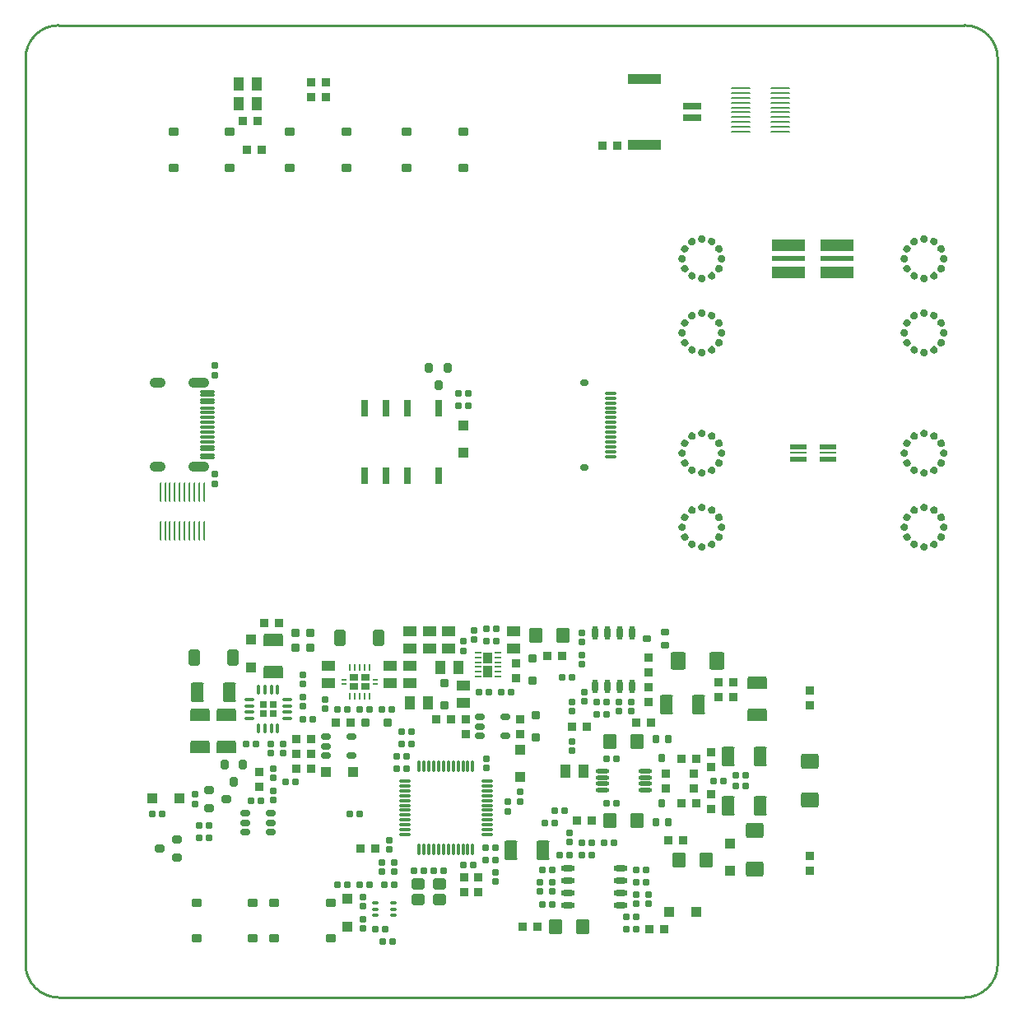
<source format=gtp>
G04*
G04 #@! TF.GenerationSoftware,Altium Limited,Altium Designer,23.3.1 (30)*
G04*
G04 Layer_Color=8421504*
%FSLAX44Y44*%
%MOMM*%
G71*
G04*
G04 #@! TF.SameCoordinates,EC658486-46A5-458C-9922-928304685F80*
G04*
G04*
G04 #@! TF.FilePolarity,Positive*
G04*
G01*
G75*
%ADD10C,0.2540*%
%ADD11C,1.0000*%
%ADD12R,0.9500X0.6800*%
%ADD13R,0.5000X0.2600*%
%ADD14R,0.7999X0.8000*%
%ADD15R,1.8000X0.6000*%
%ADD16R,1.8000X0.2540*%
%ADD17R,3.4000X1.2000*%
%ADD18R,3.4000X0.6000*%
%ADD19R,0.8000X1.8000*%
G04:AMPARAMS|DCode=20|XSize=0.802mm|YSize=0.972mm|CornerRadius=0.2005mm|HoleSize=0mm|Usage=FLASHONLY|Rotation=0.000|XOffset=0mm|YOffset=0mm|HoleType=Round|Shape=RoundedRectangle|*
%AMROUNDEDRECTD20*
21,1,0.8020,0.5710,0,0,0.0*
21,1,0.4010,0.9720,0,0,0.0*
1,1,0.4010,0.2005,-0.2855*
1,1,0.4010,-0.2005,-0.2855*
1,1,0.4010,-0.2005,0.2855*
1,1,0.4010,0.2005,0.2855*
%
%ADD20ROUNDEDRECTD20*%
G04:AMPARAMS|DCode=21|XSize=0.6mm|YSize=0.6mm|CornerRadius=0.06mm|HoleSize=0mm|Usage=FLASHONLY|Rotation=180.000|XOffset=0mm|YOffset=0mm|HoleType=Round|Shape=RoundedRectangle|*
%AMROUNDEDRECTD21*
21,1,0.6000,0.4800,0,0,180.0*
21,1,0.4800,0.6000,0,0,180.0*
1,1,0.1200,-0.2400,0.2400*
1,1,0.1200,0.2400,0.2400*
1,1,0.1200,0.2400,-0.2400*
1,1,0.1200,-0.2400,-0.2400*
%
%ADD21ROUNDEDRECTD21*%
G04:AMPARAMS|DCode=22|XSize=1.1mm|YSize=1.1mm|CornerRadius=0.1375mm|HoleSize=0mm|Usage=FLASHONLY|Rotation=180.000|XOffset=0mm|YOffset=0mm|HoleType=Round|Shape=RoundedRectangle|*
%AMROUNDEDRECTD22*
21,1,1.1000,0.8250,0,0,180.0*
21,1,0.8250,1.1000,0,0,180.0*
1,1,0.2750,-0.4125,0.4125*
1,1,0.2750,0.4125,0.4125*
1,1,0.2750,0.4125,-0.4125*
1,1,0.2750,-0.4125,-0.4125*
%
%ADD22ROUNDEDRECTD22*%
G04:AMPARAMS|DCode=23|XSize=1.1mm|YSize=1.1mm|CornerRadius=0.1375mm|HoleSize=0mm|Usage=FLASHONLY|Rotation=90.000|XOffset=0mm|YOffset=0mm|HoleType=Round|Shape=RoundedRectangle|*
%AMROUNDEDRECTD23*
21,1,1.1000,0.8250,0,0,90.0*
21,1,0.8250,1.1000,0,0,90.0*
1,1,0.2750,0.4125,0.4125*
1,1,0.2750,0.4125,-0.4125*
1,1,0.2750,-0.4125,-0.4125*
1,1,0.2750,-0.4125,0.4125*
%
%ADD23ROUNDEDRECTD23*%
G04:AMPARAMS|DCode=24|XSize=0.889mm|YSize=0.889mm|CornerRadius=0.1111mm|HoleSize=0mm|Usage=FLASHONLY|Rotation=90.000|XOffset=0mm|YOffset=0mm|HoleType=Round|Shape=RoundedRectangle|*
%AMROUNDEDRECTD24*
21,1,0.8890,0.6668,0,0,90.0*
21,1,0.6668,0.8890,0,0,90.0*
1,1,0.2223,0.3334,0.3334*
1,1,0.2223,0.3334,-0.3334*
1,1,0.2223,-0.3334,-0.3334*
1,1,0.2223,-0.3334,0.3334*
%
%ADD24ROUNDEDRECTD24*%
G04:AMPARAMS|DCode=25|XSize=0.889mm|YSize=0.889mm|CornerRadius=0.0889mm|HoleSize=0mm|Usage=FLASHONLY|Rotation=180.000|XOffset=0mm|YOffset=0mm|HoleType=Round|Shape=RoundedRectangle|*
%AMROUNDEDRECTD25*
21,1,0.8890,0.7112,0,0,180.0*
21,1,0.7112,0.8890,0,0,180.0*
1,1,0.1778,-0.3556,0.3556*
1,1,0.1778,0.3556,0.3556*
1,1,0.1778,0.3556,-0.3556*
1,1,0.1778,-0.3556,-0.3556*
%
%ADD25ROUNDEDRECTD25*%
G04:AMPARAMS|DCode=26|XSize=0.6mm|YSize=0.6mm|CornerRadius=0.06mm|HoleSize=0mm|Usage=FLASHONLY|Rotation=270.000|XOffset=0mm|YOffset=0mm|HoleType=Round|Shape=RoundedRectangle|*
%AMROUNDEDRECTD26*
21,1,0.6000,0.4800,0,0,270.0*
21,1,0.4800,0.6000,0,0,270.0*
1,1,0.1200,-0.2400,-0.2400*
1,1,0.1200,-0.2400,0.2400*
1,1,0.1200,0.2400,0.2400*
1,1,0.1200,0.2400,-0.2400*
%
%ADD26ROUNDEDRECTD26*%
G04:AMPARAMS|DCode=27|XSize=0.3mm|YSize=1.2mm|CornerRadius=0.075mm|HoleSize=0mm|Usage=FLASHONLY|Rotation=90.000|XOffset=0mm|YOffset=0mm|HoleType=Round|Shape=RoundedRectangle|*
%AMROUNDEDRECTD27*
21,1,0.3000,1.0500,0,0,90.0*
21,1,0.1500,1.2000,0,0,90.0*
1,1,0.1500,0.5250,0.0750*
1,1,0.1500,0.5250,-0.0750*
1,1,0.1500,-0.5250,-0.0750*
1,1,0.1500,-0.5250,0.0750*
%
%ADD27ROUNDEDRECTD27*%
G04:AMPARAMS|DCode=28|XSize=0.6mm|YSize=0.8mm|CornerRadius=0.15mm|HoleSize=0mm|Usage=FLASHONLY|Rotation=90.000|XOffset=0mm|YOffset=0mm|HoleType=Round|Shape=RoundedRectangle|*
%AMROUNDEDRECTD28*
21,1,0.6000,0.5000,0,0,90.0*
21,1,0.3000,0.8000,0,0,90.0*
1,1,0.3000,0.2500,0.1500*
1,1,0.3000,0.2500,-0.1500*
1,1,0.3000,-0.2500,-0.1500*
1,1,0.3000,-0.2500,0.1500*
%
%ADD28ROUNDEDRECTD28*%
G04:AMPARAMS|DCode=29|XSize=1.6mm|YSize=1.4mm|CornerRadius=0.175mm|HoleSize=0mm|Usage=FLASHONLY|Rotation=270.000|XOffset=0mm|YOffset=0mm|HoleType=Round|Shape=RoundedRectangle|*
%AMROUNDEDRECTD29*
21,1,1.6000,1.0500,0,0,270.0*
21,1,1.2500,1.4000,0,0,270.0*
1,1,0.3500,-0.5250,-0.6250*
1,1,0.3500,-0.5250,0.6250*
1,1,0.3500,0.5250,0.6250*
1,1,0.3500,0.5250,-0.6250*
%
%ADD29ROUNDEDRECTD29*%
G04:AMPARAMS|DCode=30|XSize=0.889mm|YSize=0.889mm|CornerRadius=0.1111mm|HoleSize=0mm|Usage=FLASHONLY|Rotation=0.000|XOffset=0mm|YOffset=0mm|HoleType=Round|Shape=RoundedRectangle|*
%AMROUNDEDRECTD30*
21,1,0.8890,0.6668,0,0,0.0*
21,1,0.6668,0.8890,0,0,0.0*
1,1,0.2223,0.3334,-0.3334*
1,1,0.2223,-0.3334,-0.3334*
1,1,0.2223,-0.3334,0.3334*
1,1,0.2223,0.3334,0.3334*
%
%ADD30ROUNDEDRECTD30*%
G04:AMPARAMS|DCode=31|XSize=0.8mm|YSize=0.8mm|CornerRadius=0.08mm|HoleSize=0mm|Usage=FLASHONLY|Rotation=270.000|XOffset=0mm|YOffset=0mm|HoleType=Round|Shape=RoundedRectangle|*
%AMROUNDEDRECTD31*
21,1,0.8000,0.6400,0,0,270.0*
21,1,0.6400,0.8000,0,0,270.0*
1,1,0.1600,-0.3200,-0.3200*
1,1,0.1600,-0.3200,0.3200*
1,1,0.1600,0.3200,0.3200*
1,1,0.1600,0.3200,-0.3200*
%
%ADD31ROUNDEDRECTD31*%
G04:AMPARAMS|DCode=32|XSize=0.25mm|YSize=2mm|CornerRadius=0.0625mm|HoleSize=0mm|Usage=FLASHONLY|Rotation=180.000|XOffset=0mm|YOffset=0mm|HoleType=Round|Shape=RoundedRectangle|*
%AMROUNDEDRECTD32*
21,1,0.2500,1.8750,0,0,180.0*
21,1,0.1250,2.0000,0,0,180.0*
1,1,0.1250,-0.0625,0.9375*
1,1,0.1250,0.0625,0.9375*
1,1,0.1250,0.0625,-0.9375*
1,1,0.1250,-0.0625,-0.9375*
%
%ADD32ROUNDEDRECTD32*%
G04:AMPARAMS|DCode=33|XSize=1.45mm|YSize=0.3mm|CornerRadius=0.075mm|HoleSize=0mm|Usage=FLASHONLY|Rotation=0.000|XOffset=0mm|YOffset=0mm|HoleType=Round|Shape=RoundedRectangle|*
%AMROUNDEDRECTD33*
21,1,1.4500,0.1500,0,0,0.0*
21,1,1.3000,0.3000,0,0,0.0*
1,1,0.1500,0.6500,-0.0750*
1,1,0.1500,-0.6500,-0.0750*
1,1,0.1500,-0.6500,0.0750*
1,1,0.1500,0.6500,0.0750*
%
%ADD33ROUNDEDRECTD33*%
%ADD34O,0.2300X0.8000*%
G04:AMPARAMS|DCode=35|XSize=0.6mm|YSize=0.25mm|CornerRadius=0.0313mm|HoleSize=0mm|Usage=FLASHONLY|Rotation=0.000|XOffset=0mm|YOffset=0mm|HoleType=Round|Shape=RoundedRectangle|*
%AMROUNDEDRECTD35*
21,1,0.6000,0.1875,0,0,0.0*
21,1,0.5375,0.2500,0,0,0.0*
1,1,0.0625,0.2688,-0.0938*
1,1,0.0625,-0.2688,-0.0938*
1,1,0.0625,-0.2688,0.0938*
1,1,0.0625,0.2688,0.0938*
%
%ADD35ROUNDEDRECTD35*%
G04:AMPARAMS|DCode=36|XSize=0.9mm|YSize=1mm|CornerRadius=0.225mm|HoleSize=0mm|Usage=FLASHONLY|Rotation=90.000|XOffset=0mm|YOffset=0mm|HoleType=Round|Shape=RoundedRectangle|*
%AMROUNDEDRECTD36*
21,1,0.9000,0.5500,0,0,90.0*
21,1,0.4500,1.0000,0,0,90.0*
1,1,0.4500,0.2750,0.2250*
1,1,0.4500,0.2750,-0.2250*
1,1,0.4500,-0.2750,-0.2250*
1,1,0.4500,-0.2750,0.2250*
%
%ADD36ROUNDEDRECTD36*%
G04:AMPARAMS|DCode=37|XSize=0.802mm|YSize=0.972mm|CornerRadius=0.2005mm|HoleSize=0mm|Usage=FLASHONLY|Rotation=270.000|XOffset=0mm|YOffset=0mm|HoleType=Round|Shape=RoundedRectangle|*
%AMROUNDEDRECTD37*
21,1,0.8020,0.5710,0,0,270.0*
21,1,0.4010,0.9720,0,0,270.0*
1,1,0.4010,-0.2855,-0.2005*
1,1,0.4010,-0.2855,0.2005*
1,1,0.4010,0.2855,0.2005*
1,1,0.4010,0.2855,-0.2005*
%
%ADD37ROUNDEDRECTD37*%
G04:AMPARAMS|DCode=38|XSize=0.6mm|YSize=1mm|CornerRadius=0.15mm|HoleSize=0mm|Usage=FLASHONLY|Rotation=90.000|XOffset=0mm|YOffset=0mm|HoleType=Round|Shape=RoundedRectangle|*
%AMROUNDEDRECTD38*
21,1,0.6000,0.7000,0,0,90.0*
21,1,0.3000,1.0000,0,0,90.0*
1,1,0.3000,0.3500,0.1500*
1,1,0.3000,0.3500,-0.1500*
1,1,0.3000,-0.3500,-0.1500*
1,1,0.3000,-0.3500,0.1500*
%
%ADD38ROUNDEDRECTD38*%
G04:AMPARAMS|DCode=39|XSize=1.7mm|YSize=1.11mm|CornerRadius=0.1388mm|HoleSize=0mm|Usage=FLASHONLY|Rotation=270.000|XOffset=0mm|YOffset=0mm|HoleType=Round|Shape=RoundedRectangle|*
%AMROUNDEDRECTD39*
21,1,1.7000,0.8325,0,0,270.0*
21,1,1.4225,1.1100,0,0,270.0*
1,1,0.2775,-0.4162,-0.7113*
1,1,0.2775,-0.4162,0.7113*
1,1,0.2775,0.4162,0.7113*
1,1,0.2775,0.4162,-0.7113*
%
%ADD39ROUNDEDRECTD39*%
G04:AMPARAMS|DCode=40|XSize=1.27mm|YSize=2.032mm|CornerRadius=0.127mm|HoleSize=0mm|Usage=FLASHONLY|Rotation=270.000|XOffset=0mm|YOffset=0mm|HoleType=Round|Shape=RoundedRectangle|*
%AMROUNDEDRECTD40*
21,1,1.2700,1.7780,0,0,270.0*
21,1,1.0160,2.0320,0,0,270.0*
1,1,0.2540,-0.8890,-0.5080*
1,1,0.2540,-0.8890,0.5080*
1,1,0.2540,0.8890,0.5080*
1,1,0.2540,0.8890,-0.5080*
%
%ADD40ROUNDEDRECTD40*%
G04:AMPARAMS|DCode=41|XSize=1.27mm|YSize=2.032mm|CornerRadius=0.127mm|HoleSize=0mm|Usage=FLASHONLY|Rotation=0.000|XOffset=0mm|YOffset=0mm|HoleType=Round|Shape=RoundedRectangle|*
%AMROUNDEDRECTD41*
21,1,1.2700,1.7780,0,0,0.0*
21,1,1.0160,2.0320,0,0,0.0*
1,1,0.2540,0.5080,-0.8890*
1,1,0.2540,-0.5080,-0.8890*
1,1,0.2540,-0.5080,0.8890*
1,1,0.2540,0.5080,0.8890*
%
%ADD41ROUNDEDRECTD41*%
G04:AMPARAMS|DCode=42|XSize=0.889mm|YSize=0.889mm|CornerRadius=0.0889mm|HoleSize=0mm|Usage=FLASHONLY|Rotation=270.000|XOffset=0mm|YOffset=0mm|HoleType=Round|Shape=RoundedRectangle|*
%AMROUNDEDRECTD42*
21,1,0.8890,0.7112,0,0,270.0*
21,1,0.7112,0.8890,0,0,270.0*
1,1,0.1778,-0.3556,-0.3556*
1,1,0.1778,-0.3556,0.3556*
1,1,0.1778,0.3556,0.3556*
1,1,0.1778,0.3556,-0.3556*
%
%ADD42ROUNDEDRECTD42*%
G04:AMPARAMS|DCode=43|XSize=0.3mm|YSize=0.66mm|CornerRadius=0.075mm|HoleSize=0mm|Usage=FLASHONLY|Rotation=270.000|XOffset=0mm|YOffset=0mm|HoleType=Round|Shape=RoundedRectangle|*
%AMROUNDEDRECTD43*
21,1,0.3000,0.5100,0,0,270.0*
21,1,0.1500,0.6600,0,0,270.0*
1,1,0.1500,-0.2550,-0.0750*
1,1,0.1500,-0.2550,0.0750*
1,1,0.1500,0.2550,0.0750*
1,1,0.1500,0.2550,-0.0750*
%
%ADD43ROUNDEDRECTD43*%
G04:AMPARAMS|DCode=44|XSize=1.15mm|YSize=1.4mm|CornerRadius=0.2875mm|HoleSize=0mm|Usage=FLASHONLY|Rotation=270.000|XOffset=0mm|YOffset=0mm|HoleType=Round|Shape=RoundedRectangle|*
%AMROUNDEDRECTD44*
21,1,1.1500,0.8250,0,0,270.0*
21,1,0.5750,1.4000,0,0,270.0*
1,1,0.5750,-0.4125,-0.2875*
1,1,0.5750,-0.4125,0.2875*
1,1,0.5750,0.4125,0.2875*
1,1,0.5750,0.4125,-0.2875*
%
%ADD44ROUNDEDRECTD44*%
%ADD45O,0.3000X1.2000*%
%ADD46O,1.2000X0.3000*%
G04:AMPARAMS|DCode=47|XSize=1.1mm|YSize=0.3mm|CornerRadius=0.15mm|HoleSize=0mm|Usage=FLASHONLY|Rotation=270.000|XOffset=0mm|YOffset=0mm|HoleType=Round|Shape=RoundedRectangle|*
%AMROUNDEDRECTD47*
21,1,1.1000,0.0000,0,0,270.0*
21,1,0.8000,0.3000,0,0,270.0*
1,1,0.3000,0.0000,-0.4000*
1,1,0.3000,0.0000,0.4000*
1,1,0.3000,0.0000,0.4000*
1,1,0.3000,0.0000,-0.4000*
%
%ADD47ROUNDEDRECTD47*%
G04:AMPARAMS|DCode=48|XSize=1.1mm|YSize=0.3mm|CornerRadius=0.15mm|HoleSize=0mm|Usage=FLASHONLY|Rotation=0.000|XOffset=0mm|YOffset=0mm|HoleType=Round|Shape=RoundedRectangle|*
%AMROUNDEDRECTD48*
21,1,1.1000,0.0000,0,0,0.0*
21,1,0.8000,0.3000,0,0,0.0*
1,1,0.3000,0.4000,0.0000*
1,1,0.3000,-0.4000,0.0000*
1,1,0.3000,-0.4000,0.0000*
1,1,0.3000,0.4000,0.0000*
%
%ADD48ROUNDEDRECTD48*%
G04:AMPARAMS|DCode=49|XSize=0.9mm|YSize=0.8mm|CornerRadius=0.1mm|HoleSize=0mm|Usage=FLASHONLY|Rotation=0.000|XOffset=0mm|YOffset=0mm|HoleType=Round|Shape=RoundedRectangle|*
%AMROUNDEDRECTD49*
21,1,0.9000,0.6000,0,0,0.0*
21,1,0.7000,0.8000,0,0,0.0*
1,1,0.2000,0.3500,-0.3000*
1,1,0.2000,-0.3500,-0.3000*
1,1,0.2000,-0.3500,0.3000*
1,1,0.2000,0.3500,0.3000*
%
%ADD49ROUNDEDRECTD49*%
G04:AMPARAMS|DCode=50|XSize=1.0795mm|YSize=1.397mm|CornerRadius=0.108mm|HoleSize=0mm|Usage=FLASHONLY|Rotation=270.000|XOffset=0mm|YOffset=0mm|HoleType=Round|Shape=RoundedRectangle|*
%AMROUNDEDRECTD50*
21,1,1.0795,1.1811,0,0,270.0*
21,1,0.8636,1.3970,0,0,270.0*
1,1,0.2159,-0.5906,-0.4318*
1,1,0.2159,-0.5906,0.4318*
1,1,0.2159,0.5906,0.4318*
1,1,0.2159,0.5906,-0.4318*
%
%ADD50ROUNDEDRECTD50*%
G04:AMPARAMS|DCode=51|XSize=1.0795mm|YSize=1.397mm|CornerRadius=0.108mm|HoleSize=0mm|Usage=FLASHONLY|Rotation=180.000|XOffset=0mm|YOffset=0mm|HoleType=Round|Shape=RoundedRectangle|*
%AMROUNDEDRECTD51*
21,1,1.0795,1.1811,0,0,180.0*
21,1,0.8636,1.3970,0,0,180.0*
1,1,0.2159,-0.4318,0.5906*
1,1,0.2159,0.4318,0.5906*
1,1,0.2159,0.4318,-0.5906*
1,1,0.2159,-0.4318,-0.5906*
%
%ADD51ROUNDEDRECTD51*%
G04:AMPARAMS|DCode=52|XSize=0.9mm|YSize=0.8mm|CornerRadius=0.1mm|HoleSize=0mm|Usage=FLASHONLY|Rotation=90.000|XOffset=0mm|YOffset=0mm|HoleType=Round|Shape=RoundedRectangle|*
%AMROUNDEDRECTD52*
21,1,0.9000,0.6000,0,0,90.0*
21,1,0.7000,0.8000,0,0,90.0*
1,1,0.2000,0.3000,0.3500*
1,1,0.2000,0.3000,-0.3500*
1,1,0.2000,-0.3000,-0.3500*
1,1,0.2000,-0.3000,0.3500*
%
%ADD52ROUNDEDRECTD52*%
%ADD53O,1.4500X0.6000*%
G04:AMPARAMS|DCode=54|XSize=0.7mm|YSize=0.9mm|CornerRadius=0.175mm|HoleSize=0mm|Usage=FLASHONLY|Rotation=0.000|XOffset=0mm|YOffset=0mm|HoleType=Round|Shape=RoundedRectangle|*
%AMROUNDEDRECTD54*
21,1,0.7000,0.5500,0,0,0.0*
21,1,0.3500,0.9000,0,0,0.0*
1,1,0.3500,0.1750,-0.2750*
1,1,0.3500,-0.1750,-0.2750*
1,1,0.3500,-0.1750,0.2750*
1,1,0.3500,0.1750,0.2750*
%
%ADD54ROUNDEDRECTD54*%
%ADD55O,1.4500X0.4500*%
G04:AMPARAMS|DCode=56|XSize=1.8mm|YSize=1.6mm|CornerRadius=0.2mm|HoleSize=0mm|Usage=FLASHONLY|Rotation=0.000|XOffset=0mm|YOffset=0mm|HoleType=Round|Shape=RoundedRectangle|*
%AMROUNDEDRECTD56*
21,1,1.8000,1.2000,0,0,0.0*
21,1,1.4000,1.6000,0,0,0.0*
1,1,0.4000,0.7000,-0.6000*
1,1,0.4000,-0.7000,-0.6000*
1,1,0.4000,-0.7000,0.6000*
1,1,0.4000,0.7000,0.6000*
%
%ADD56ROUNDEDRECTD56*%
%ADD57O,0.6000X1.4500*%
G04:AMPARAMS|DCode=58|XSize=0.7mm|YSize=0.9mm|CornerRadius=0.175mm|HoleSize=0mm|Usage=FLASHONLY|Rotation=270.000|XOffset=0mm|YOffset=0mm|HoleType=Round|Shape=RoundedRectangle|*
%AMROUNDEDRECTD58*
21,1,0.7000,0.5500,0,0,270.0*
21,1,0.3500,0.9000,0,0,270.0*
1,1,0.3500,-0.2750,-0.1750*
1,1,0.3500,-0.2750,0.1750*
1,1,0.3500,0.2750,0.1750*
1,1,0.3500,0.2750,-0.1750*
%
%ADD58ROUNDEDRECTD58*%
G04:AMPARAMS|DCode=59|XSize=1.8mm|YSize=1.6mm|CornerRadius=0.2mm|HoleSize=0mm|Usage=FLASHONLY|Rotation=90.000|XOffset=0mm|YOffset=0mm|HoleType=Round|Shape=RoundedRectangle|*
%AMROUNDEDRECTD59*
21,1,1.8000,1.2000,0,0,90.0*
21,1,1.4000,1.6000,0,0,90.0*
1,1,0.4000,0.6000,0.7000*
1,1,0.4000,0.6000,-0.7000*
1,1,0.4000,-0.6000,-0.7000*
1,1,0.4000,-0.6000,0.7000*
%
%ADD59ROUNDEDRECTD59*%
G04:AMPARAMS|DCode=60|XSize=0.25mm|YSize=2mm|CornerRadius=0.0625mm|HoleSize=0mm|Usage=FLASHONLY|Rotation=90.000|XOffset=0mm|YOffset=0mm|HoleType=Round|Shape=RoundedRectangle|*
%AMROUNDEDRECTD60*
21,1,0.2500,1.8750,0,0,90.0*
21,1,0.1250,2.0000,0,0,90.0*
1,1,0.1250,0.9375,0.0625*
1,1,0.1250,0.9375,-0.0625*
1,1,0.1250,-0.9375,-0.0625*
1,1,0.1250,-0.9375,0.0625*
%
%ADD60ROUNDEDRECTD60*%
G04:AMPARAMS|DCode=61|XSize=0.889mm|YSize=0.889mm|CornerRadius=0.1111mm|HoleSize=0mm|Usage=FLASHONLY|Rotation=360.000|XOffset=0mm|YOffset=0mm|HoleType=Round|Shape=RoundedRectangle|*
%AMROUNDEDRECTD61*
21,1,0.8890,0.6668,0,0,360.0*
21,1,0.6668,0.8890,0,0,360.0*
1,1,0.2223,0.3334,-0.3334*
1,1,0.2223,-0.3334,-0.3334*
1,1,0.2223,-0.3334,0.3334*
1,1,0.2223,0.3334,0.3334*
%
%ADD61ROUNDEDRECTD61*%
%ADD62R,3.3500X1.1000*%
%ADD63R,1.9000X0.8000*%
G36*
X426458Y283550D02*
X427530Y282478D01*
X428110Y281078D01*
Y280320D01*
Y279562D01*
X427530Y278162D01*
X426458Y277090D01*
X425058Y276510D01*
X423542D01*
X422142Y277090D01*
X421070Y278162D01*
X420490Y279562D01*
Y280320D01*
Y281078D01*
X421070Y282478D01*
X422142Y283550D01*
X423542Y284130D01*
X425058D01*
X426458Y283550D01*
D02*
G37*
G36*
X197858D02*
X198930Y282478D01*
X199510Y281078D01*
Y280320D01*
Y279562D01*
X198930Y278162D01*
X197858Y277090D01*
X196458Y276510D01*
X194942D01*
X193542Y277090D01*
X192470Y278162D01*
X191890Y279562D01*
Y280320D01*
Y281078D01*
X192470Y282478D01*
X193542Y283550D01*
X194942Y284130D01*
X196458D01*
X197858Y283550D01*
D02*
G37*
G36*
X415858Y281082D02*
X417061Y280159D01*
X417440Y279503D01*
X417818Y278846D01*
X418016Y277344D01*
X417624Y275879D01*
X416701Y274677D01*
X416045Y274298D01*
X415389Y273919D01*
X413886Y273721D01*
X412422Y274114D01*
X411219Y275036D01*
X410840Y275693D01*
X410462Y276349D01*
X410264Y277852D01*
X410656Y279316D01*
X411579Y280518D01*
X412235Y280897D01*
X412891Y281276D01*
X414394Y281474D01*
X415858Y281082D01*
D02*
G37*
G36*
X187258D02*
X188461Y280159D01*
X188840Y279503D01*
X189219Y278846D01*
X189416Y277344D01*
X189024Y275879D01*
X188101Y274677D01*
X187445Y274298D01*
X186789Y273919D01*
X185286Y273721D01*
X183822Y274114D01*
X182619Y275036D01*
X182241Y275693D01*
X181861Y276349D01*
X181664Y277852D01*
X182056Y279316D01*
X182979Y280518D01*
X183635Y280897D01*
X184291Y281276D01*
X185794Y281474D01*
X187258Y281082D01*
D02*
G37*
G36*
X435709Y281276D02*
X436365Y280897D01*
X437021Y280518D01*
X437944Y279316D01*
X438336Y277852D01*
X438139Y276349D01*
X437760Y275693D01*
X437381Y275036D01*
X436178Y274114D01*
X434714Y273721D01*
X433211Y273919D01*
X432555Y274298D01*
X431899Y274677D01*
X430976Y275879D01*
X430584Y277344D01*
X430782Y278846D01*
X431161Y279503D01*
X431539Y280159D01*
X432742Y281082D01*
X434206Y281474D01*
X435709Y281276D01*
D02*
G37*
G36*
X207109D02*
X207765Y280897D01*
X208421Y280518D01*
X209344Y279316D01*
X209736Y277852D01*
X209538Y276349D01*
X209160Y275693D01*
X208781Y275036D01*
X207578Y274114D01*
X206114Y273721D01*
X204611Y273919D01*
X203955Y274298D01*
X203299Y274677D01*
X202376Y275879D01*
X201984Y277344D01*
X202181Y278846D01*
X202561Y279503D01*
X202939Y280159D01*
X204142Y281082D01*
X205606Y281474D01*
X207109Y281276D01*
D02*
G37*
G36*
X407951Y273839D02*
X408607Y273460D01*
X409264Y273081D01*
X410186Y271878D01*
X410579Y270414D01*
X410381Y268911D01*
X410002Y268255D01*
X409623Y267599D01*
X408420Y266676D01*
X406956Y266284D01*
X405454Y266481D01*
X404797Y266861D01*
X404141Y267239D01*
X403218Y268442D01*
X402826Y269906D01*
X403024Y271409D01*
X403403Y272065D01*
X403782Y272721D01*
X404984Y273644D01*
X406448Y274036D01*
X407951Y273839D01*
D02*
G37*
G36*
X179351D02*
X180007Y273460D01*
X180664Y273081D01*
X181586Y271878D01*
X181979Y270414D01*
X181781Y268911D01*
X181402Y268255D01*
X181023Y267599D01*
X179820Y266676D01*
X178356Y266284D01*
X176854Y266481D01*
X176197Y266861D01*
X175541Y267239D01*
X174618Y268442D01*
X174226Y269906D01*
X174424Y271409D01*
X174803Y272065D01*
X175182Y272721D01*
X176384Y273644D01*
X177848Y274036D01*
X179351Y273839D01*
D02*
G37*
G36*
X443616Y273644D02*
X444818Y272721D01*
X445197Y272065D01*
X445576Y271409D01*
X445774Y269906D01*
X445382Y268442D01*
X444459Y267239D01*
X443803Y266860D01*
X443146Y266481D01*
X441643Y266284D01*
X440179Y266676D01*
X438977Y267599D01*
X438598Y268255D01*
X438219Y268911D01*
X438021Y270414D01*
X438414Y271878D01*
X439336Y273081D01*
X439993Y273459D01*
X440649Y273838D01*
X442152Y274036D01*
X443616Y273644D01*
D02*
G37*
G36*
X215016D02*
X216218Y272721D01*
X216597Y272065D01*
X216976Y271409D01*
X217174Y269906D01*
X216782Y268442D01*
X215859Y267239D01*
X215203Y266860D01*
X214546Y266481D01*
X213043Y266284D01*
X211579Y266676D01*
X210377Y267599D01*
X209998Y268255D01*
X209619Y268911D01*
X209421Y270414D01*
X209814Y271878D01*
X210736Y273081D01*
X211393Y273459D01*
X212049Y273838D01*
X213552Y274036D01*
X215016Y273644D01*
D02*
G37*
G36*
X406138Y263230D02*
X407210Y262158D01*
X407790Y260758D01*
Y260000D01*
Y259242D01*
X407210Y257842D01*
X406138Y256770D01*
X404738Y256190D01*
X403222D01*
X401822Y256770D01*
X400750Y257842D01*
X400170Y259242D01*
Y260000D01*
Y260758D01*
X400750Y262158D01*
X401822Y263230D01*
X403222Y263810D01*
X404738D01*
X406138Y263230D01*
D02*
G37*
G36*
X177538D02*
X178610Y262158D01*
X179190Y260758D01*
Y260000D01*
Y259242D01*
X178610Y257842D01*
X177538Y256770D01*
X176138Y256190D01*
X174622D01*
X173222Y256770D01*
X172150Y257842D01*
X171570Y259242D01*
Y260000D01*
Y260758D01*
X172150Y262158D01*
X173222Y263230D01*
X174622Y263810D01*
X176138D01*
X177538Y263230D01*
D02*
G37*
G36*
X446778Y263230D02*
X447850Y262158D01*
X448430Y260758D01*
Y260000D01*
Y259242D01*
X447850Y257842D01*
X446778Y256770D01*
X445378Y256190D01*
X443862D01*
X442462Y256770D01*
X441390Y257842D01*
X440810Y259242D01*
Y260000D01*
Y260758D01*
X441390Y262158D01*
X442462Y263230D01*
X443862Y263810D01*
X445378D01*
X446778Y263230D01*
D02*
G37*
G36*
X218178D02*
X219250Y262158D01*
X219830Y260758D01*
Y260000D01*
Y259242D01*
X219250Y257842D01*
X218178Y256770D01*
X216778Y256190D01*
X215262D01*
X213862Y256770D01*
X212790Y257842D01*
X212210Y259242D01*
Y260000D01*
Y260758D01*
X212790Y262158D01*
X213862Y263230D01*
X215262Y263810D01*
X216778D01*
X218178Y263230D01*
D02*
G37*
G36*
X408420Y253324D02*
X409623Y252401D01*
X410002Y251745D01*
X410381Y251089D01*
X410579Y249586D01*
X410186Y248122D01*
X409264Y246919D01*
X408607Y246541D01*
X407951Y246162D01*
X406448Y245964D01*
X404984Y246356D01*
X403782Y247279D01*
X403403Y247935D01*
X403024Y248591D01*
X402826Y250094D01*
X403218Y251558D01*
X404141Y252761D01*
X404797Y253140D01*
X405454Y253519D01*
X406956Y253716D01*
X408420Y253324D01*
D02*
G37*
G36*
X179820D02*
X181023Y252401D01*
X181402Y251745D01*
X181781Y251089D01*
X181979Y249586D01*
X181586Y248122D01*
X180664Y246919D01*
X180007Y246541D01*
X179351Y246162D01*
X177848Y245964D01*
X176384Y246356D01*
X175182Y247279D01*
X174803Y247935D01*
X174424Y248591D01*
X174226Y250094D01*
X174618Y251558D01*
X175541Y252761D01*
X176197Y253140D01*
X176854Y253519D01*
X178356Y253716D01*
X179820Y253324D01*
D02*
G37*
G36*
X443146Y253519D02*
X443803Y253139D01*
X444459Y252761D01*
X445382Y251558D01*
X445774Y250094D01*
X445576Y248591D01*
X445197Y247935D01*
X444818Y247279D01*
X443616Y246356D01*
X442152Y245964D01*
X440649Y246161D01*
X439993Y246540D01*
X439336Y246919D01*
X438414Y248122D01*
X438021Y249586D01*
X438219Y251089D01*
X438598Y251745D01*
X438977Y252401D01*
X440179Y253324D01*
X441643Y253716D01*
X443146Y253519D01*
D02*
G37*
G36*
X214546D02*
X215203Y253139D01*
X215859Y252761D01*
X216782Y251558D01*
X217174Y250094D01*
X216976Y248591D01*
X216597Y247935D01*
X216218Y247279D01*
X215016Y246356D01*
X213552Y245964D01*
X212049Y246161D01*
X211393Y246540D01*
X210736Y246919D01*
X209813Y248122D01*
X209421Y249586D01*
X209619Y251089D01*
X209998Y251745D01*
X210377Y252401D01*
X211579Y253324D01*
X213043Y253716D01*
X214546Y253519D01*
D02*
G37*
G36*
X415389Y246081D02*
X416045Y245702D01*
X416701Y245323D01*
X417624Y244121D01*
X418016Y242656D01*
X417818Y241154D01*
X417439Y240497D01*
X417061Y239841D01*
X415858Y238918D01*
X414394Y238526D01*
X412891Y238724D01*
X412235Y239103D01*
X411579Y239482D01*
X410656Y240684D01*
X410264Y242148D01*
X410462Y243651D01*
X410840Y244307D01*
X411219Y244964D01*
X412422Y245886D01*
X413886Y246279D01*
X415389Y246081D01*
D02*
G37*
G36*
X186789D02*
X187445Y245702D01*
X188101Y245323D01*
X189024Y244121D01*
X189416Y242656D01*
X189218Y241154D01*
X188839Y240497D01*
X188461Y239841D01*
X187258Y238918D01*
X185794Y238526D01*
X184291Y238724D01*
X183635Y239103D01*
X182979Y239482D01*
X182056Y240684D01*
X181664Y242148D01*
X181861Y243651D01*
X182240Y244307D01*
X182619Y244964D01*
X183822Y245886D01*
X185286Y246279D01*
X186789Y246081D01*
D02*
G37*
G36*
X436178Y245886D02*
X437380Y244964D01*
X437759Y244307D01*
X438138Y243651D01*
X438336Y242148D01*
X437944Y240684D01*
X437021Y239482D01*
X436365Y239103D01*
X435709Y238724D01*
X434206Y238526D01*
X432742Y238918D01*
X431539Y239841D01*
X431160Y240497D01*
X430781Y241154D01*
X430584Y242656D01*
X430976Y244121D01*
X431899Y245323D01*
X432555Y245702D01*
X433211Y246081D01*
X434714Y246279D01*
X436178Y245886D01*
D02*
G37*
G36*
X207578D02*
X208780Y244964D01*
X209159Y244307D01*
X209538Y243651D01*
X209736Y242148D01*
X209344Y240684D01*
X208421Y239482D01*
X207765Y239103D01*
X207109Y238724D01*
X205606Y238526D01*
X204142Y238918D01*
X202939Y239841D01*
X202560Y240497D01*
X202181Y241154D01*
X201984Y242656D01*
X202376Y244121D01*
X203299Y245323D01*
X203955Y245702D01*
X204611Y246081D01*
X206114Y246279D01*
X207578Y245886D01*
D02*
G37*
G36*
X426458Y242910D02*
X427530Y241838D01*
X428110Y240438D01*
Y239680D01*
Y238922D01*
X427530Y237522D01*
X426458Y236450D01*
X425058Y235870D01*
X423542D01*
X422142Y236450D01*
X421070Y237522D01*
X420490Y238922D01*
Y239680D01*
Y240438D01*
X421070Y241838D01*
X422142Y242910D01*
X423542Y243490D01*
X425058D01*
X426458Y242910D01*
D02*
G37*
G36*
X197858D02*
X198930Y241838D01*
X199510Y240438D01*
Y239680D01*
Y238922D01*
X198930Y237522D01*
X197858Y236450D01*
X196458Y235870D01*
X194942D01*
X193542Y236450D01*
X192470Y237522D01*
X191890Y238922D01*
Y239680D01*
Y240438D01*
X192470Y241838D01*
X193542Y242910D01*
X194942Y243490D01*
X196458D01*
X197858Y242910D01*
D02*
G37*
G36*
X426458Y207350D02*
X427530Y206278D01*
X428110Y204878D01*
Y204120D01*
Y203362D01*
X427530Y201962D01*
X426458Y200890D01*
X425058Y200310D01*
X423542D01*
X422142Y200890D01*
X421070Y201962D01*
X420490Y203362D01*
Y204120D01*
Y204878D01*
X421070Y206278D01*
X422142Y207350D01*
X423542Y207930D01*
X425058D01*
X426458Y207350D01*
D02*
G37*
G36*
X197858D02*
X198930Y206278D01*
X199510Y204878D01*
Y204120D01*
Y203362D01*
X198930Y201962D01*
X197858Y200890D01*
X196458Y200310D01*
X194942D01*
X193542Y200890D01*
X192470Y201962D01*
X191890Y203362D01*
Y204120D01*
Y204878D01*
X192470Y206278D01*
X193542Y207350D01*
X194942Y207930D01*
X196458D01*
X197858Y207350D01*
D02*
G37*
G36*
X415858Y204882D02*
X417061Y203959D01*
X417440Y203303D01*
X417818Y202646D01*
X418016Y201144D01*
X417624Y199680D01*
X416701Y198477D01*
X416045Y198098D01*
X415389Y197719D01*
X413886Y197521D01*
X412422Y197914D01*
X411219Y198836D01*
X410840Y199493D01*
X410462Y200149D01*
X410264Y201652D01*
X410656Y203116D01*
X411579Y204318D01*
X412235Y204697D01*
X412891Y205076D01*
X414394Y205274D01*
X415858Y204882D01*
D02*
G37*
G36*
X187258D02*
X188461Y203959D01*
X188840Y203303D01*
X189219Y202646D01*
X189416Y201144D01*
X189024Y199680D01*
X188101Y198477D01*
X187445Y198098D01*
X186789Y197719D01*
X185286Y197521D01*
X183822Y197914D01*
X182619Y198836D01*
X182241Y199493D01*
X181861Y200149D01*
X181664Y201652D01*
X182056Y203116D01*
X182979Y204318D01*
X183635Y204697D01*
X184291Y205076D01*
X185794Y205274D01*
X187258Y204882D01*
D02*
G37*
G36*
X435709Y205076D02*
X436365Y204697D01*
X437021Y204318D01*
X437944Y203116D01*
X438336Y201652D01*
X438139Y200149D01*
X437760Y199493D01*
X437381Y198836D01*
X436178Y197913D01*
X434714Y197521D01*
X433211Y197719D01*
X432555Y198098D01*
X431899Y198477D01*
X430976Y199679D01*
X430584Y201143D01*
X430782Y202646D01*
X431161Y203303D01*
X431539Y203959D01*
X432742Y204882D01*
X434206Y205274D01*
X435709Y205076D01*
D02*
G37*
G36*
X207109D02*
X207765Y204697D01*
X208421Y204318D01*
X209344Y203116D01*
X209736Y201652D01*
X209538Y200149D01*
X209160Y199493D01*
X208781Y198836D01*
X207578Y197913D01*
X206114Y197521D01*
X204611Y197719D01*
X203955Y198098D01*
X203299Y198477D01*
X202376Y199679D01*
X201984Y201143D01*
X202181Y202646D01*
X202561Y203303D01*
X202939Y203959D01*
X204142Y204882D01*
X205606Y205274D01*
X207109Y205076D01*
D02*
G37*
G36*
X407951Y197638D02*
X408607Y197260D01*
X409264Y196881D01*
X410186Y195678D01*
X410579Y194214D01*
X410381Y192711D01*
X410002Y192055D01*
X409623Y191399D01*
X408420Y190476D01*
X406956Y190084D01*
X405454Y190282D01*
X404797Y190660D01*
X404141Y191039D01*
X403218Y192242D01*
X402826Y193706D01*
X403024Y195209D01*
X403403Y195865D01*
X403782Y196521D01*
X404984Y197444D01*
X406448Y197836D01*
X407951Y197638D01*
D02*
G37*
G36*
X179351D02*
X180007Y197260D01*
X180664Y196881D01*
X181586Y195678D01*
X181979Y194214D01*
X181781Y192711D01*
X181402Y192055D01*
X181023Y191399D01*
X179820Y190476D01*
X178356Y190084D01*
X176854Y190282D01*
X176197Y190660D01*
X175541Y191039D01*
X174618Y192242D01*
X174226Y193706D01*
X174424Y195209D01*
X174803Y195865D01*
X175182Y196521D01*
X176384Y197444D01*
X177848Y197836D01*
X179351Y197638D01*
D02*
G37*
G36*
X443616Y197444D02*
X444818Y196521D01*
X445197Y195865D01*
X445576Y195209D01*
X445774Y193706D01*
X445382Y192242D01*
X444459Y191039D01*
X443803Y190660D01*
X443146Y190281D01*
X441643Y190084D01*
X440179Y190476D01*
X438977Y191399D01*
X438598Y192055D01*
X438219Y192711D01*
X438021Y194214D01*
X438414Y195678D01*
X439336Y196881D01*
X439993Y197260D01*
X440649Y197638D01*
X442152Y197836D01*
X443616Y197444D01*
D02*
G37*
G36*
X215016D02*
X216218Y196521D01*
X216597Y195865D01*
X216976Y195209D01*
X217174Y193706D01*
X216782Y192242D01*
X215859Y191039D01*
X215203Y190660D01*
X214546Y190281D01*
X213043Y190084D01*
X211579Y190476D01*
X210377Y191399D01*
X209998Y192055D01*
X209619Y192711D01*
X209421Y194214D01*
X209814Y195678D01*
X210736Y196881D01*
X211393Y197260D01*
X212049Y197638D01*
X213552Y197836D01*
X215016Y197444D01*
D02*
G37*
G36*
X406138Y187030D02*
X407210Y185958D01*
X407790Y184558D01*
Y183800D01*
Y183042D01*
X407210Y181642D01*
X406138Y180570D01*
X404738Y179990D01*
X403222D01*
X401822Y180570D01*
X400750Y181642D01*
X400170Y183042D01*
Y183800D01*
Y184558D01*
X400750Y185958D01*
X401822Y187030D01*
X403222Y187610D01*
X404738D01*
X406138Y187030D01*
D02*
G37*
G36*
X177538D02*
X178610Y185958D01*
X179190Y184558D01*
Y183800D01*
Y183042D01*
X178610Y181642D01*
X177538Y180570D01*
X176138Y179990D01*
X174622D01*
X173222Y180570D01*
X172150Y181642D01*
X171570Y183042D01*
Y183800D01*
Y184558D01*
X172150Y185958D01*
X173222Y187030D01*
X174622Y187610D01*
X176138D01*
X177538Y187030D01*
D02*
G37*
G36*
X446778Y187030D02*
X447850Y185958D01*
X448430Y184558D01*
Y183800D01*
Y183042D01*
X447850Y181642D01*
X446778Y180570D01*
X445378Y179990D01*
X443862D01*
X442462Y180570D01*
X441390Y181642D01*
X440810Y183042D01*
Y183800D01*
Y184558D01*
X441390Y185958D01*
X442462Y187030D01*
X443862Y187610D01*
X445378D01*
X446778Y187030D01*
D02*
G37*
G36*
X218178D02*
X219250Y185958D01*
X219830Y184558D01*
Y183800D01*
Y183042D01*
X219250Y181642D01*
X218178Y180570D01*
X216778Y179990D01*
X215262D01*
X213862Y180570D01*
X212790Y181642D01*
X212210Y183042D01*
Y183800D01*
Y184558D01*
X212790Y185958D01*
X213862Y187030D01*
X215262Y187610D01*
X216778D01*
X218178Y187030D01*
D02*
G37*
G36*
X408420Y177124D02*
X409623Y176201D01*
X410002Y175545D01*
X410381Y174889D01*
X410579Y173386D01*
X410186Y171922D01*
X409264Y170719D01*
X408607Y170340D01*
X407951Y169962D01*
X406448Y169764D01*
X404984Y170156D01*
X403782Y171079D01*
X403403Y171735D01*
X403024Y172391D01*
X402826Y173894D01*
X403218Y175358D01*
X404141Y176561D01*
X404797Y176940D01*
X405454Y177319D01*
X406956Y177516D01*
X408420Y177124D01*
D02*
G37*
G36*
X179820D02*
X181023Y176201D01*
X181402Y175545D01*
X181781Y174889D01*
X181979Y173386D01*
X181586Y171922D01*
X180664Y170719D01*
X180007Y170340D01*
X179351Y169962D01*
X177848Y169764D01*
X176384Y170156D01*
X175182Y171079D01*
X174803Y171735D01*
X174424Y172391D01*
X174226Y173894D01*
X174618Y175358D01*
X175541Y176561D01*
X176197Y176940D01*
X176854Y177319D01*
X178356Y177516D01*
X179820Y177124D01*
D02*
G37*
G36*
X443146Y177318D02*
X443803Y176940D01*
X444459Y176561D01*
X445382Y175358D01*
X445774Y173894D01*
X445576Y172391D01*
X445197Y171735D01*
X444818Y171079D01*
X443616Y170156D01*
X442152Y169764D01*
X440649Y169961D01*
X439993Y170340D01*
X439336Y170719D01*
X438414Y171922D01*
X438021Y173386D01*
X438219Y174889D01*
X438598Y175545D01*
X438977Y176201D01*
X440179Y177124D01*
X441643Y177516D01*
X443146Y177318D01*
D02*
G37*
G36*
X214546D02*
X215203Y176940D01*
X215859Y176561D01*
X216782Y175358D01*
X217174Y173894D01*
X216976Y172391D01*
X216597Y171735D01*
X216218Y171079D01*
X215016Y170156D01*
X213552Y169764D01*
X212049Y169961D01*
X211393Y170340D01*
X210736Y170719D01*
X209813Y171922D01*
X209421Y173386D01*
X209619Y174889D01*
X209998Y175545D01*
X210377Y176201D01*
X211579Y177124D01*
X213043Y177516D01*
X214546Y177318D01*
D02*
G37*
G36*
X415389Y169881D02*
X416045Y169502D01*
X416701Y169123D01*
X417624Y167921D01*
X418016Y166457D01*
X417818Y164954D01*
X417439Y164297D01*
X417061Y163641D01*
X415858Y162718D01*
X414394Y162326D01*
X412891Y162524D01*
X412235Y162903D01*
X411579Y163282D01*
X410656Y164484D01*
X410264Y165948D01*
X410462Y167451D01*
X410840Y168107D01*
X411219Y168764D01*
X412422Y169687D01*
X413886Y170079D01*
X415389Y169881D01*
D02*
G37*
G36*
X186789D02*
X187445Y169502D01*
X188101Y169123D01*
X189024Y167921D01*
X189416Y166457D01*
X189218Y164954D01*
X188839Y164297D01*
X188461Y163641D01*
X187258Y162718D01*
X185794Y162326D01*
X184291Y162524D01*
X183635Y162903D01*
X182979Y163282D01*
X182056Y164484D01*
X181664Y165948D01*
X181861Y167451D01*
X182240Y168107D01*
X182619Y168764D01*
X183822Y169687D01*
X185286Y170079D01*
X186789Y169881D01*
D02*
G37*
G36*
X436178Y169686D02*
X437380Y168764D01*
X437759Y168107D01*
X438138Y167451D01*
X438336Y165948D01*
X437944Y164484D01*
X437021Y163282D01*
X436365Y162903D01*
X435709Y162524D01*
X434206Y162326D01*
X432742Y162718D01*
X431539Y163641D01*
X431160Y164297D01*
X430781Y164954D01*
X430584Y166456D01*
X430976Y167920D01*
X431899Y169123D01*
X432555Y169502D01*
X433211Y169881D01*
X434714Y170079D01*
X436178Y169686D01*
D02*
G37*
G36*
X207578D02*
X208780Y168764D01*
X209159Y168107D01*
X209538Y167451D01*
X209736Y165948D01*
X209344Y164484D01*
X208421Y163282D01*
X207765Y162903D01*
X207109Y162524D01*
X205606Y162326D01*
X204142Y162718D01*
X202939Y163641D01*
X202560Y164297D01*
X202181Y164954D01*
X201984Y166456D01*
X202376Y167920D01*
X203299Y169123D01*
X203955Y169502D01*
X204611Y169881D01*
X206114Y170079D01*
X207578Y169686D01*
D02*
G37*
G36*
X426458Y166710D02*
X427530Y165638D01*
X428110Y164238D01*
Y163480D01*
Y162722D01*
X427530Y161322D01*
X426458Y160250D01*
X425058Y159670D01*
X423542D01*
X422142Y160250D01*
X421070Y161322D01*
X420490Y162722D01*
Y163480D01*
Y164238D01*
X421070Y165638D01*
X422142Y166710D01*
X423542Y167290D01*
X425058D01*
X426458Y166710D01*
D02*
G37*
G36*
X197858D02*
X198930Y165638D01*
X199510Y164238D01*
Y163480D01*
Y162722D01*
X198930Y161322D01*
X197858Y160250D01*
X196458Y159670D01*
X194942D01*
X193542Y160250D01*
X192470Y161322D01*
X191890Y162722D01*
Y163480D01*
Y164238D01*
X192470Y165638D01*
X193542Y166710D01*
X194942Y167290D01*
X196458D01*
X197858Y166710D01*
D02*
G37*
G36*
X426458Y83550D02*
X427530Y82478D01*
X428110Y81078D01*
Y80320D01*
Y79562D01*
X427530Y78162D01*
X426458Y77090D01*
X425058Y76510D01*
X423542D01*
X422142Y77090D01*
X421070Y78162D01*
X420490Y79562D01*
Y80320D01*
Y81078D01*
X421070Y82478D01*
X422142Y83550D01*
X423542Y84130D01*
X425058D01*
X426458Y83550D01*
D02*
G37*
G36*
X197858D02*
X198930Y82478D01*
X199510Y81078D01*
Y80320D01*
Y79562D01*
X198930Y78162D01*
X197858Y77090D01*
X196458Y76510D01*
X194942D01*
X193542Y77090D01*
X192470Y78162D01*
X191890Y79562D01*
Y80320D01*
Y81078D01*
X192470Y82478D01*
X193542Y83550D01*
X194942Y84130D01*
X196458D01*
X197858Y83550D01*
D02*
G37*
G36*
X415858Y81082D02*
X417061Y80159D01*
X417440Y79503D01*
X417818Y78846D01*
X418016Y77344D01*
X417624Y75880D01*
X416701Y74677D01*
X416045Y74298D01*
X415389Y73919D01*
X413886Y73721D01*
X412422Y74114D01*
X411219Y75036D01*
X410840Y75693D01*
X410462Y76349D01*
X410264Y77852D01*
X410656Y79316D01*
X411579Y80518D01*
X412235Y80897D01*
X412891Y81276D01*
X414394Y81474D01*
X415858Y81082D01*
D02*
G37*
G36*
X187258D02*
X188461Y80159D01*
X188840Y79503D01*
X189219Y78846D01*
X189416Y77344D01*
X189024Y75880D01*
X188101Y74677D01*
X187445Y74298D01*
X186789Y73919D01*
X185286Y73721D01*
X183822Y74114D01*
X182619Y75036D01*
X182241Y75693D01*
X181861Y76349D01*
X181664Y77852D01*
X182056Y79316D01*
X182979Y80518D01*
X183635Y80897D01*
X184291Y81276D01*
X185794Y81474D01*
X187258Y81082D01*
D02*
G37*
G36*
X435709Y81276D02*
X436365Y80897D01*
X437021Y80518D01*
X437944Y79316D01*
X438336Y77852D01*
X438139Y76349D01*
X437760Y75693D01*
X437381Y75036D01*
X436178Y74114D01*
X434714Y73721D01*
X433211Y73919D01*
X432555Y74298D01*
X431899Y74677D01*
X430976Y75880D01*
X430584Y77344D01*
X430782Y78846D01*
X431161Y79503D01*
X431539Y80159D01*
X432742Y81082D01*
X434206Y81474D01*
X435709Y81276D01*
D02*
G37*
G36*
X207109D02*
X207765Y80897D01*
X208421Y80518D01*
X209344Y79316D01*
X209736Y77852D01*
X209538Y76349D01*
X209160Y75693D01*
X208781Y75036D01*
X207578Y74114D01*
X206114Y73721D01*
X204611Y73919D01*
X203955Y74298D01*
X203299Y74677D01*
X202376Y75880D01*
X201984Y77344D01*
X202181Y78846D01*
X202561Y79503D01*
X202939Y80159D01*
X204142Y81082D01*
X205606Y81474D01*
X207109Y81276D01*
D02*
G37*
G36*
X407951Y73839D02*
X408607Y73460D01*
X409264Y73081D01*
X410186Y71878D01*
X410579Y70414D01*
X410381Y68911D01*
X410002Y68255D01*
X409623Y67599D01*
X408420Y66676D01*
X406956Y66284D01*
X405454Y66482D01*
X404797Y66860D01*
X404141Y67239D01*
X403218Y68442D01*
X402826Y69906D01*
X403024Y71409D01*
X403403Y72065D01*
X403782Y72721D01*
X404984Y73644D01*
X406448Y74036D01*
X407951Y73839D01*
D02*
G37*
G36*
X179351D02*
X180007Y73460D01*
X180664Y73081D01*
X181586Y71878D01*
X181979Y70414D01*
X181781Y68911D01*
X181402Y68255D01*
X181023Y67599D01*
X179820Y66676D01*
X178356Y66284D01*
X176854Y66482D01*
X176197Y66860D01*
X175541Y67239D01*
X174618Y68442D01*
X174226Y69906D01*
X174424Y71409D01*
X174803Y72065D01*
X175182Y72721D01*
X176384Y73644D01*
X177848Y74036D01*
X179351Y73839D01*
D02*
G37*
G36*
X443616Y73644D02*
X444818Y72721D01*
X445197Y72065D01*
X445576Y71409D01*
X445774Y69906D01*
X445382Y68442D01*
X444459Y67239D01*
X443803Y66860D01*
X443146Y66481D01*
X441643Y66284D01*
X440179Y66676D01*
X438977Y67599D01*
X438598Y68255D01*
X438219Y68911D01*
X438021Y70414D01*
X438414Y71878D01*
X439336Y73081D01*
X439993Y73460D01*
X440649Y73838D01*
X442152Y74036D01*
X443616Y73644D01*
D02*
G37*
G36*
X215016D02*
X216218Y72721D01*
X216597Y72065D01*
X216976Y71409D01*
X217174Y69906D01*
X216782Y68442D01*
X215859Y67239D01*
X215203Y66860D01*
X214546Y66481D01*
X213043Y66284D01*
X211579Y66676D01*
X210377Y67599D01*
X209998Y68255D01*
X209619Y68911D01*
X209421Y70414D01*
X209814Y71878D01*
X210736Y73081D01*
X211393Y73460D01*
X212049Y73838D01*
X213552Y74036D01*
X215016Y73644D01*
D02*
G37*
G36*
X406138Y63230D02*
X407210Y62158D01*
X407790Y60758D01*
Y60000D01*
Y59242D01*
X407210Y57842D01*
X406138Y56770D01*
X404738Y56190D01*
X403222D01*
X401822Y56770D01*
X400750Y57842D01*
X400170Y59242D01*
Y60000D01*
Y60758D01*
X400750Y62158D01*
X401822Y63230D01*
X403222Y63810D01*
X404738D01*
X406138Y63230D01*
D02*
G37*
G36*
X177538D02*
X178610Y62158D01*
X179190Y60758D01*
Y60000D01*
Y59242D01*
X178610Y57842D01*
X177538Y56770D01*
X176138Y56190D01*
X174622D01*
X173222Y56770D01*
X172150Y57842D01*
X171570Y59242D01*
Y60000D01*
Y60758D01*
X172150Y62158D01*
X173222Y63230D01*
X174622Y63810D01*
X176138D01*
X177538Y63230D01*
D02*
G37*
G36*
X446778Y63230D02*
X447850Y62158D01*
X448430Y60758D01*
Y60000D01*
Y59242D01*
X447850Y57842D01*
X446778Y56770D01*
X445378Y56190D01*
X443862D01*
X442462Y56770D01*
X441390Y57842D01*
X440810Y59242D01*
Y60000D01*
Y60758D01*
X441390Y62158D01*
X442462Y63230D01*
X443862Y63810D01*
X445378D01*
X446778Y63230D01*
D02*
G37*
G36*
X218178D02*
X219250Y62158D01*
X219830Y60758D01*
Y60000D01*
Y59242D01*
X219250Y57842D01*
X218178Y56770D01*
X216778Y56190D01*
X215262D01*
X213862Y56770D01*
X212790Y57842D01*
X212210Y59242D01*
Y60000D01*
Y60758D01*
X212790Y62158D01*
X213862Y63230D01*
X215262Y63810D01*
X216778D01*
X218178Y63230D01*
D02*
G37*
G36*
X408420Y53324D02*
X409623Y52401D01*
X410002Y51745D01*
X410381Y51089D01*
X410579Y49586D01*
X410186Y48122D01*
X409264Y46919D01*
X408607Y46540D01*
X407951Y46162D01*
X406448Y45964D01*
X404984Y46356D01*
X403782Y47279D01*
X403403Y47935D01*
X403024Y48591D01*
X402826Y50094D01*
X403218Y51558D01*
X404141Y52761D01*
X404797Y53140D01*
X405454Y53519D01*
X406956Y53716D01*
X408420Y53324D01*
D02*
G37*
G36*
X179820D02*
X181023Y52401D01*
X181402Y51745D01*
X181781Y51089D01*
X181979Y49586D01*
X181586Y48122D01*
X180664Y46919D01*
X180007Y46540D01*
X179351Y46162D01*
X177848Y45964D01*
X176384Y46356D01*
X175182Y47279D01*
X174803Y47935D01*
X174424Y48591D01*
X174226Y50094D01*
X174618Y51558D01*
X175541Y52761D01*
X176197Y53140D01*
X176854Y53519D01*
X178356Y53716D01*
X179820Y53324D01*
D02*
G37*
G36*
X443146Y53519D02*
X443803Y53140D01*
X444459Y52761D01*
X445382Y51558D01*
X445774Y50094D01*
X445576Y48591D01*
X445197Y47935D01*
X444818Y47279D01*
X443616Y46356D01*
X442152Y45964D01*
X440649Y46161D01*
X439993Y46540D01*
X439336Y46919D01*
X438414Y48122D01*
X438021Y49586D01*
X438219Y51089D01*
X438598Y51745D01*
X438977Y52401D01*
X440179Y53324D01*
X441643Y53716D01*
X443146Y53519D01*
D02*
G37*
G36*
X214546D02*
X215203Y53140D01*
X215859Y52761D01*
X216782Y51558D01*
X217174Y50094D01*
X216976Y48591D01*
X216597Y47935D01*
X216218Y47279D01*
X215016Y46356D01*
X213552Y45964D01*
X212049Y46161D01*
X211393Y46540D01*
X210736Y46919D01*
X209813Y48122D01*
X209421Y49586D01*
X209619Y51089D01*
X209998Y51745D01*
X210377Y52401D01*
X211579Y53324D01*
X213043Y53716D01*
X214546Y53519D01*
D02*
G37*
G36*
X415389Y46081D02*
X416045Y45702D01*
X416701Y45323D01*
X417624Y44121D01*
X418016Y42656D01*
X417818Y41154D01*
X417439Y40497D01*
X417061Y39841D01*
X415858Y38918D01*
X414394Y38526D01*
X412891Y38724D01*
X412235Y39103D01*
X411579Y39482D01*
X410656Y40684D01*
X410264Y42148D01*
X410462Y43651D01*
X410840Y44307D01*
X411219Y44964D01*
X412422Y45887D01*
X413886Y46279D01*
X415389Y46081D01*
D02*
G37*
G36*
X186789D02*
X187445Y45702D01*
X188101Y45323D01*
X189024Y44121D01*
X189416Y42656D01*
X189218Y41154D01*
X188839Y40497D01*
X188461Y39841D01*
X187258Y38918D01*
X185794Y38526D01*
X184291Y38724D01*
X183635Y39103D01*
X182979Y39482D01*
X182056Y40684D01*
X181664Y42148D01*
X181861Y43651D01*
X182240Y44307D01*
X182619Y44964D01*
X183822Y45887D01*
X185286Y46279D01*
X186789Y46081D01*
D02*
G37*
G36*
X436178Y45886D02*
X437380Y44964D01*
X437759Y44307D01*
X438138Y43651D01*
X438336Y42148D01*
X437944Y40684D01*
X437021Y39482D01*
X436365Y39103D01*
X435709Y38724D01*
X434206Y38526D01*
X432742Y38918D01*
X431539Y39841D01*
X431160Y40497D01*
X430781Y41154D01*
X430584Y42656D01*
X430976Y44120D01*
X431899Y45323D01*
X432555Y45702D01*
X433211Y46081D01*
X434714Y46279D01*
X436178Y45886D01*
D02*
G37*
G36*
X207578D02*
X208780Y44964D01*
X209159Y44307D01*
X209538Y43651D01*
X209736Y42148D01*
X209344Y40684D01*
X208421Y39482D01*
X207765Y39103D01*
X207109Y38724D01*
X205606Y38526D01*
X204142Y38918D01*
X202939Y39841D01*
X202560Y40497D01*
X202181Y41154D01*
X201984Y42656D01*
X202376Y44120D01*
X203299Y45323D01*
X203955Y45702D01*
X204611Y46081D01*
X206114Y46279D01*
X207578Y45886D01*
D02*
G37*
G36*
X426458Y42910D02*
X427530Y41838D01*
X428110Y40438D01*
Y39680D01*
Y38922D01*
X427530Y37522D01*
X426458Y36450D01*
X425058Y35870D01*
X423542D01*
X422142Y36450D01*
X421070Y37522D01*
X420490Y38922D01*
Y39680D01*
Y40438D01*
X421070Y41838D01*
X422142Y42910D01*
X423542Y43490D01*
X425058D01*
X426458Y42910D01*
D02*
G37*
G36*
X197858D02*
X198930Y41838D01*
X199510Y40438D01*
Y39680D01*
Y38922D01*
X198930Y37522D01*
X197858Y36450D01*
X196458Y35870D01*
X194942D01*
X193542Y36450D01*
X192470Y37522D01*
X191890Y38922D01*
Y39680D01*
Y40438D01*
X192470Y41838D01*
X193542Y42910D01*
X194942Y43490D01*
X196458D01*
X197858Y42910D01*
D02*
G37*
G36*
X426458Y7350D02*
X427530Y6278D01*
X428110Y4878D01*
Y4120D01*
Y3362D01*
X427530Y1962D01*
X426458Y890D01*
X425058Y310D01*
X423542D01*
X422142Y890D01*
X421070Y1962D01*
X420490Y3362D01*
Y4120D01*
Y4878D01*
X421070Y6278D01*
X422142Y7350D01*
X423542Y7930D01*
X425058D01*
X426458Y7350D01*
D02*
G37*
G36*
X197858D02*
X198930Y6278D01*
X199510Y4878D01*
Y4120D01*
Y3362D01*
X198930Y1962D01*
X197858Y890D01*
X196458Y310D01*
X194942D01*
X193542Y890D01*
X192470Y1962D01*
X191890Y3362D01*
Y4120D01*
Y4878D01*
X192470Y6278D01*
X193542Y7350D01*
X194942Y7930D01*
X196458D01*
X197858Y7350D01*
D02*
G37*
G36*
X415858Y4882D02*
X417061Y3959D01*
X417440Y3303D01*
X417818Y2646D01*
X418016Y1144D01*
X417624Y-320D01*
X416701Y-1523D01*
X416045Y-1902D01*
X415389Y-2281D01*
X413886Y-2479D01*
X412422Y-2086D01*
X411219Y-1164D01*
X410840Y-507D01*
X410462Y149D01*
X410264Y1652D01*
X410656Y3116D01*
X411579Y4318D01*
X412235Y4697D01*
X412891Y5076D01*
X414394Y5274D01*
X415858Y4882D01*
D02*
G37*
G36*
X187258D02*
X188461Y3959D01*
X188840Y3303D01*
X189219Y2646D01*
X189416Y1144D01*
X189024Y-320D01*
X188101Y-1523D01*
X187445Y-1902D01*
X186789Y-2281D01*
X185286Y-2479D01*
X183822Y-2086D01*
X182619Y-1164D01*
X182241Y-507D01*
X181861Y149D01*
X181664Y1652D01*
X182056Y3116D01*
X182979Y4318D01*
X183635Y4697D01*
X184291Y5076D01*
X185794Y5274D01*
X187258Y4882D01*
D02*
G37*
G36*
X435709Y5076D02*
X436365Y4697D01*
X437021Y4318D01*
X437944Y3116D01*
X438336Y1652D01*
X438139Y149D01*
X437760Y-507D01*
X437381Y-1164D01*
X436178Y-2086D01*
X434714Y-2479D01*
X433211Y-2281D01*
X432555Y-1902D01*
X431899Y-1523D01*
X430976Y-320D01*
X430584Y1143D01*
X430782Y2646D01*
X431161Y3303D01*
X431539Y3959D01*
X432742Y4882D01*
X434206Y5274D01*
X435709Y5076D01*
D02*
G37*
G36*
X207109D02*
X207765Y4697D01*
X208421Y4318D01*
X209344Y3116D01*
X209736Y1652D01*
X209538Y149D01*
X209160Y-507D01*
X208781Y-1164D01*
X207578Y-2086D01*
X206114Y-2479D01*
X204611Y-2281D01*
X203955Y-1902D01*
X203299Y-1523D01*
X202376Y-320D01*
X201984Y1143D01*
X202181Y2646D01*
X202561Y3303D01*
X202939Y3959D01*
X204142Y4882D01*
X205606Y5274D01*
X207109Y5076D01*
D02*
G37*
G36*
X407951Y-2361D02*
X408607Y-2740D01*
X409264Y-3119D01*
X410186Y-4322D01*
X410579Y-5786D01*
X410381Y-7289D01*
X410002Y-7945D01*
X409623Y-8601D01*
X408420Y-9524D01*
X406956Y-9916D01*
X405454Y-9718D01*
X404797Y-9340D01*
X404141Y-8961D01*
X403218Y-7758D01*
X402826Y-6294D01*
X403024Y-4791D01*
X403403Y-4135D01*
X403782Y-3479D01*
X404984Y-2556D01*
X406448Y-2164D01*
X407951Y-2361D01*
D02*
G37*
G36*
X179351D02*
X180007Y-2740D01*
X180664Y-3119D01*
X181586Y-4322D01*
X181979Y-5786D01*
X181781Y-7289D01*
X181402Y-7945D01*
X181023Y-8601D01*
X179820Y-9524D01*
X178356Y-9916D01*
X176854Y-9718D01*
X176197Y-9340D01*
X175541Y-8961D01*
X174618Y-7758D01*
X174226Y-6294D01*
X174424Y-4791D01*
X174803Y-4135D01*
X175182Y-3479D01*
X176384Y-2556D01*
X177848Y-2164D01*
X179351Y-2361D01*
D02*
G37*
G36*
X443616Y-2556D02*
X444818Y-3479D01*
X445197Y-4135D01*
X445576Y-4791D01*
X445774Y-6294D01*
X445382Y-7758D01*
X444459Y-8961D01*
X443803Y-9340D01*
X443146Y-9718D01*
X441643Y-9916D01*
X440179Y-9524D01*
X438977Y-8601D01*
X438598Y-7945D01*
X438219Y-7289D01*
X438021Y-5786D01*
X438414Y-4322D01*
X439336Y-3119D01*
X439993Y-2740D01*
X440649Y-2362D01*
X442152Y-2164D01*
X443616Y-2556D01*
D02*
G37*
G36*
X215016D02*
X216218Y-3479D01*
X216597Y-4135D01*
X216976Y-4791D01*
X217174Y-6294D01*
X216782Y-7758D01*
X215859Y-8961D01*
X215203Y-9340D01*
X214546Y-9718D01*
X213043Y-9916D01*
X211579Y-9524D01*
X210377Y-8601D01*
X209998Y-7945D01*
X209619Y-7289D01*
X209421Y-5786D01*
X209814Y-4322D01*
X210736Y-3119D01*
X211393Y-2740D01*
X212049Y-2362D01*
X213552Y-2164D01*
X215016Y-2556D01*
D02*
G37*
G36*
X406138Y-12970D02*
X407210Y-14042D01*
X407790Y-15442D01*
Y-16200D01*
Y-16958D01*
X407210Y-18358D01*
X406138Y-19430D01*
X404738Y-20010D01*
X403222D01*
X401822Y-19430D01*
X400750Y-18358D01*
X400170Y-16958D01*
Y-16200D01*
Y-15442D01*
X400750Y-14042D01*
X401822Y-12970D01*
X403222Y-12390D01*
X404738D01*
X406138Y-12970D01*
D02*
G37*
G36*
X177538D02*
X178610Y-14042D01*
X179190Y-15442D01*
Y-16200D01*
Y-16958D01*
X178610Y-18358D01*
X177538Y-19430D01*
X176138Y-20010D01*
X174622D01*
X173222Y-19430D01*
X172150Y-18358D01*
X171570Y-16958D01*
Y-16200D01*
Y-15442D01*
X172150Y-14042D01*
X173222Y-12970D01*
X174622Y-12390D01*
X176138D01*
X177538Y-12970D01*
D02*
G37*
G36*
X446778Y-12970D02*
X447850Y-14042D01*
X448430Y-15442D01*
Y-16200D01*
Y-16958D01*
X447850Y-18358D01*
X446778Y-19430D01*
X445378Y-20010D01*
X443862D01*
X442462Y-19430D01*
X441390Y-18358D01*
X440810Y-16958D01*
Y-16200D01*
Y-15442D01*
X441390Y-14042D01*
X442462Y-12970D01*
X443862Y-12390D01*
X445378D01*
X446778Y-12970D01*
D02*
G37*
G36*
X218178D02*
X219250Y-14042D01*
X219830Y-15442D01*
Y-16200D01*
Y-16958D01*
X219250Y-18358D01*
X218178Y-19430D01*
X216778Y-20010D01*
X215262D01*
X213862Y-19430D01*
X212790Y-18358D01*
X212210Y-16958D01*
Y-16200D01*
Y-15442D01*
X212790Y-14042D01*
X213862Y-12970D01*
X215262Y-12390D01*
X216778D01*
X218178Y-12970D01*
D02*
G37*
G36*
X408420Y-22876D02*
X409623Y-23799D01*
X410002Y-24455D01*
X410381Y-25111D01*
X410579Y-26614D01*
X410186Y-28078D01*
X409264Y-29281D01*
X408607Y-29660D01*
X407951Y-30038D01*
X406448Y-30236D01*
X404984Y-29844D01*
X403782Y-28921D01*
X403403Y-28265D01*
X403024Y-27609D01*
X402826Y-26106D01*
X403218Y-24642D01*
X404141Y-23439D01*
X404797Y-23060D01*
X405454Y-22681D01*
X406956Y-22484D01*
X408420Y-22876D01*
D02*
G37*
G36*
X179820D02*
X181023Y-23799D01*
X181402Y-24455D01*
X181781Y-25111D01*
X181979Y-26614D01*
X181586Y-28078D01*
X180664Y-29281D01*
X180007Y-29660D01*
X179351Y-30038D01*
X177848Y-30236D01*
X176384Y-29844D01*
X175182Y-28921D01*
X174803Y-28265D01*
X174424Y-27609D01*
X174226Y-26106D01*
X174618Y-24642D01*
X175541Y-23439D01*
X176197Y-23060D01*
X176854Y-22681D01*
X178356Y-22484D01*
X179820Y-22876D01*
D02*
G37*
G36*
X443146Y-22682D02*
X443803Y-23061D01*
X444459Y-23439D01*
X445382Y-24642D01*
X445774Y-26106D01*
X445576Y-27609D01*
X445197Y-28265D01*
X444818Y-28921D01*
X443616Y-29844D01*
X442152Y-30236D01*
X440649Y-30038D01*
X439993Y-29660D01*
X439336Y-29281D01*
X438414Y-28078D01*
X438021Y-26614D01*
X438219Y-25111D01*
X438598Y-24455D01*
X438977Y-23799D01*
X440179Y-22876D01*
X441643Y-22484D01*
X443146Y-22682D01*
D02*
G37*
G36*
X214546D02*
X215203Y-23061D01*
X215859Y-23439D01*
X216782Y-24642D01*
X217174Y-26106D01*
X216976Y-27609D01*
X216597Y-28265D01*
X216218Y-28921D01*
X215016Y-29844D01*
X213552Y-30236D01*
X212049Y-30038D01*
X211393Y-29660D01*
X210736Y-29281D01*
X209813Y-28078D01*
X209421Y-26614D01*
X209619Y-25111D01*
X209998Y-24455D01*
X210377Y-23799D01*
X211579Y-22876D01*
X213043Y-22484D01*
X214546Y-22682D01*
D02*
G37*
G36*
X415389Y-30119D02*
X416045Y-30498D01*
X416701Y-30877D01*
X417624Y-32079D01*
X418016Y-33544D01*
X417818Y-35046D01*
X417439Y-35703D01*
X417061Y-36359D01*
X415858Y-37282D01*
X414394Y-37674D01*
X412891Y-37476D01*
X412235Y-37097D01*
X411579Y-36718D01*
X410656Y-35516D01*
X410264Y-34052D01*
X410462Y-32549D01*
X410840Y-31892D01*
X411219Y-31236D01*
X412422Y-30313D01*
X413886Y-29921D01*
X415389Y-30119D01*
D02*
G37*
G36*
X186789D02*
X187445Y-30498D01*
X188101Y-30877D01*
X189024Y-32079D01*
X189416Y-33544D01*
X189218Y-35046D01*
X188839Y-35703D01*
X188461Y-36359D01*
X187258Y-37282D01*
X185794Y-37674D01*
X184291Y-37476D01*
X183635Y-37097D01*
X182979Y-36718D01*
X182056Y-35516D01*
X181664Y-34052D01*
X181861Y-32549D01*
X182240Y-31892D01*
X182619Y-31236D01*
X183822Y-30313D01*
X185286Y-29921D01*
X186789Y-30119D01*
D02*
G37*
G36*
X436178Y-30314D02*
X437380Y-31236D01*
X437759Y-31893D01*
X438138Y-32549D01*
X438336Y-34052D01*
X437944Y-35516D01*
X437021Y-36718D01*
X436365Y-37097D01*
X435709Y-37476D01*
X434206Y-37674D01*
X432742Y-37282D01*
X431539Y-36359D01*
X431160Y-35703D01*
X430781Y-35046D01*
X430584Y-33544D01*
X430976Y-32080D01*
X431899Y-30877D01*
X432555Y-30498D01*
X433211Y-30119D01*
X434714Y-29921D01*
X436178Y-30314D01*
D02*
G37*
G36*
X207578D02*
X208780Y-31236D01*
X209159Y-31893D01*
X209538Y-32549D01*
X209736Y-34052D01*
X209344Y-35516D01*
X208421Y-36718D01*
X207765Y-37097D01*
X207109Y-37476D01*
X205606Y-37674D01*
X204142Y-37282D01*
X202939Y-36359D01*
X202560Y-35703D01*
X202181Y-35046D01*
X201984Y-33544D01*
X202376Y-32080D01*
X203299Y-30877D01*
X203955Y-30498D01*
X204611Y-30119D01*
X206114Y-29921D01*
X207578Y-30314D01*
D02*
G37*
G36*
X426458Y-33290D02*
X427530Y-34362D01*
X428110Y-35762D01*
Y-36520D01*
Y-37278D01*
X427530Y-38678D01*
X426458Y-39750D01*
X425058Y-40330D01*
X423542D01*
X422142Y-39750D01*
X421070Y-38678D01*
X420490Y-37278D01*
Y-36520D01*
Y-35762D01*
X421070Y-34362D01*
X422142Y-33290D01*
X423542Y-32710D01*
X425058D01*
X426458Y-33290D01*
D02*
G37*
G36*
X197858D02*
X198930Y-34362D01*
X199510Y-35762D01*
Y-36520D01*
Y-37278D01*
X198930Y-38678D01*
X197858Y-39750D01*
X196458Y-40330D01*
X194942D01*
X193542Y-39750D01*
X192470Y-38678D01*
X191890Y-37278D01*
Y-36520D01*
Y-35762D01*
X192470Y-34362D01*
X193542Y-33290D01*
X194942Y-32710D01*
X196458D01*
X197858Y-33290D01*
D02*
G37*
G36*
X-19650Y-156620D02*
X-29150D01*
Y-144920D01*
X-19650D01*
Y-156620D01*
D02*
G37*
G36*
Y-170327D02*
X-29153D01*
Y-158620D01*
X-19650D01*
Y-170327D01*
D02*
G37*
D10*
X500000Y466000D02*
G03*
X466000Y500000I-34000J0D01*
G01*
X-500000Y-466000D02*
G03*
X-466000Y-500000I34000J0D01*
G01*
X-466000Y500000D02*
G03*
X-500000Y466000I0J-34000D01*
G01*
X466000Y-500000D02*
G03*
X500000Y-466000I0J34000D01*
G01*
X-466000Y-500000D02*
X466000Y-500000D01*
X-500000Y466000D02*
X-500000Y-466000D01*
X-466000Y500000D02*
X466000Y500000D01*
X500000Y466000D02*
X500000Y-466000D01*
D11*
X-327700Y45800D02*
X-316700D01*
X-367000D02*
X-361000D01*
X-367000Y132200D02*
X-361000D01*
X-327700D02*
X-316700D01*
D12*
X-150630Y-170900D02*
D03*
Y-179900D02*
D03*
X-162330D02*
D03*
Y-170900D02*
D03*
D13*
X-140180Y-172900D02*
D03*
Y-177900D02*
D03*
X-172780D02*
D03*
Y-172900D02*
D03*
D14*
X-245461Y-208340D02*
D03*
X-255461D02*
D03*
X-245461Y-198340D02*
D03*
X-255461D02*
D03*
D15*
X295000Y66200D02*
D03*
X325000D02*
D03*
X295000Y53800D02*
D03*
X325000D02*
D03*
D16*
X295000Y60000D02*
D03*
X325000D02*
D03*
D17*
X285000Y274000D02*
D03*
X335000D02*
D03*
X285000Y246000D02*
D03*
X335000D02*
D03*
D18*
X285000Y260000D02*
D03*
X335000D02*
D03*
D19*
X-107400Y36460D02*
D03*
X-151400D02*
D03*
Y106460D02*
D03*
X-107400D02*
D03*
X-129400D02*
D03*
X-75400Y36460D02*
D03*
X-129400D02*
D03*
X-75400Y106460D02*
D03*
D20*
Y129920D02*
D03*
X-84900Y147620D02*
D03*
X-65900D02*
D03*
X-286020Y-278230D02*
D03*
X-295520Y-260530D02*
D03*
X-276520D02*
D03*
D21*
X-45000Y120990D02*
D03*
X-55000D02*
D03*
Y108290D02*
D03*
X-45000D02*
D03*
X87440Y-195720D02*
D03*
X97440D02*
D03*
Y-208420D02*
D03*
X87440D02*
D03*
X51880Y-170320D02*
D03*
X61880D02*
D03*
X240950Y-282715D02*
D03*
X230950D02*
D03*
X240950Y-271285D02*
D03*
X230950D02*
D03*
X-179260Y-383680D02*
D03*
X-169260D02*
D03*
X-129890Y-429400D02*
D03*
X-139890D02*
D03*
X-156400Y-383680D02*
D03*
X-146400D02*
D03*
X-369761Y-311290D02*
D03*
X-359761D02*
D03*
X-321500Y-335420D02*
D03*
X-311500D02*
D03*
X-321500Y-322720D02*
D03*
X-311500D02*
D03*
X49340Y-353200D02*
D03*
X59340D02*
D03*
X-166560Y-311290D02*
D03*
X-156560D02*
D03*
X-258160Y-297320D02*
D03*
X-268160D02*
D03*
X-232600Y-278270D02*
D03*
X-222600D02*
D03*
X-122270Y-442100D02*
D03*
X-132270D02*
D03*
X-131000Y-383680D02*
D03*
X-121000D02*
D03*
X128080Y-368440D02*
D03*
X138080D02*
D03*
X44100Y-320180D02*
D03*
X34100D02*
D03*
X-70200Y-369710D02*
D03*
X-80200D02*
D03*
X-90520D02*
D03*
X-100520D02*
D03*
X54260Y-307480D02*
D03*
X44260D02*
D03*
X-39720Y-363360D02*
D03*
X-49720D02*
D03*
X-16860Y-358280D02*
D03*
X-26860D02*
D03*
Y-345580D02*
D03*
X-16860D02*
D03*
X-273240Y-238900D02*
D03*
X-263240D02*
D03*
X-214820Y-213500D02*
D03*
X-204820D02*
D03*
X-118300Y-251600D02*
D03*
X-108300D02*
D03*
X-179260Y-203340D02*
D03*
X-169260D02*
D03*
X-146400D02*
D03*
X-156400D02*
D03*
X-123460D02*
D03*
X-133460D02*
D03*
X-108300Y-264300D02*
D03*
X-118300D02*
D03*
X-113220Y-238900D02*
D03*
X-103220D02*
D03*
X-113220Y-226200D02*
D03*
X-103220D02*
D03*
X-23210Y-185560D02*
D03*
X-33210D02*
D03*
X-15590Y-133490D02*
D03*
X-25590D02*
D03*
Y-120790D02*
D03*
X-15590D02*
D03*
X41560Y-404000D02*
D03*
X31560D02*
D03*
X128080Y-381140D02*
D03*
X138080D02*
D03*
X41560Y-368440D02*
D03*
X31560D02*
D03*
X72200Y-353200D02*
D03*
X82200D02*
D03*
X95060Y-340500D02*
D03*
X105060D02*
D03*
X127920Y-416700D02*
D03*
X117920D02*
D03*
X127920Y-429400D02*
D03*
X117920D02*
D03*
X82200Y-340500D02*
D03*
X72200D02*
D03*
X218090Y-277000D02*
D03*
X208090D02*
D03*
X97600Y-299860D02*
D03*
X107600D02*
D03*
Y-254140D02*
D03*
X97600D02*
D03*
X-350Y-185560D02*
D03*
X-10350D02*
D03*
D22*
X-50000Y88000D02*
D03*
X-169180Y-426890D02*
D03*
X-369870Y-294780D02*
D03*
X-268240Y-160190D02*
D03*
X-162800Y-268110D02*
D03*
X8620Y-245220D02*
D03*
X162260Y-411620D02*
D03*
X224520Y-369740D02*
D03*
D23*
X-50000Y60000D02*
D03*
X-169180Y-398890D02*
D03*
X-341870Y-294780D02*
D03*
X-268240Y-132190D02*
D03*
X-190800Y-268110D02*
D03*
X8620Y-273220D02*
D03*
X190260Y-411620D02*
D03*
X224520Y-341740D02*
D03*
D24*
X140700Y-180480D02*
D03*
Y-195720D02*
D03*
Y-165240D02*
D03*
Y-150000D02*
D03*
X-34560Y-376060D02*
D03*
Y-391300D02*
D03*
X-221250Y-233820D02*
D03*
Y-249060D02*
D03*
X205470Y-247790D02*
D03*
Y-263030D02*
D03*
Y-290970D02*
D03*
Y-306210D02*
D03*
X187690Y-269380D02*
D03*
Y-284620D02*
D03*
X158480Y-269380D02*
D03*
Y-284620D02*
D03*
X307000Y-354380D02*
D03*
Y-369620D02*
D03*
Y-199620D02*
D03*
Y-184380D02*
D03*
X213090Y-175400D02*
D03*
Y-190640D02*
D03*
X228330Y-175400D02*
D03*
Y-190640D02*
D03*
X-206620Y426061D02*
D03*
Y441301D02*
D03*
D25*
X77200Y-221120D02*
D03*
X61960D02*
D03*
X141970Y-429400D02*
D03*
X157210D02*
D03*
X-139970Y-346850D02*
D03*
X-155210D02*
D03*
X-206010Y-264300D02*
D03*
X-221250D02*
D03*
X-165370Y-217310D02*
D03*
X-180610D02*
D03*
X-276470Y401932D02*
D03*
X-261230D02*
D03*
D26*
X122920Y-205800D02*
D03*
Y-195800D02*
D03*
X110220Y-205800D02*
D03*
Y-195800D02*
D03*
X72120Y-157540D02*
D03*
Y-147540D02*
D03*
X-152670Y-419320D02*
D03*
Y-429320D02*
D03*
Y-396460D02*
D03*
Y-406460D02*
D03*
X-325390Y-291050D02*
D03*
Y-301050D02*
D03*
X-133620Y-360900D02*
D03*
Y-370900D02*
D03*
X-245380Y-287240D02*
D03*
Y-297240D02*
D03*
X-4080Y-298670D02*
D03*
Y-308670D02*
D03*
X-120920Y-360900D02*
D03*
Y-370900D02*
D03*
X8620Y-288510D02*
D03*
Y-298510D02*
D03*
X-126000Y-348040D02*
D03*
Y-338040D02*
D03*
X-245380Y-274380D02*
D03*
Y-264380D02*
D03*
X-247920Y-238980D02*
D03*
Y-248980D02*
D03*
X-235220Y-238980D02*
D03*
Y-248980D02*
D03*
X-214900Y-200720D02*
D03*
Y-190720D02*
D03*
X-305070Y149880D02*
D03*
Y139880D02*
D03*
Y38120D02*
D03*
Y28120D02*
D03*
X-214900Y-177860D02*
D03*
Y-167860D02*
D03*
X-192040Y-193260D02*
D03*
Y-203260D02*
D03*
X-25670Y-264220D02*
D03*
Y-254220D02*
D03*
X-49800Y-143570D02*
D03*
Y-133570D02*
D03*
X-38370Y-122140D02*
D03*
Y-132140D02*
D03*
X-16780Y-381060D02*
D03*
Y-371060D02*
D03*
X41640Y-381220D02*
D03*
Y-391220D02*
D03*
X28940D02*
D03*
Y-381220D02*
D03*
X128000Y-393920D02*
D03*
Y-403920D02*
D03*
X140700D02*
D03*
Y-393920D02*
D03*
X59420Y-330420D02*
D03*
Y-340420D02*
D03*
X61960Y-236440D02*
D03*
Y-246440D02*
D03*
Y-195800D02*
D03*
Y-205800D02*
D03*
X74660Y-195640D02*
D03*
Y-185640D02*
D03*
X72120Y-124680D02*
D03*
Y-134680D02*
D03*
D27*
X102000Y111500D02*
D03*
Y71500D02*
D03*
Y56500D02*
D03*
Y76500D02*
D03*
Y61500D02*
D03*
Y81500D02*
D03*
Y86500D02*
D03*
Y91500D02*
D03*
Y96500D02*
D03*
Y101500D02*
D03*
Y106500D02*
D03*
Y121500D02*
D03*
Y116500D02*
D03*
Y66500D02*
D03*
D28*
X75000Y45500D02*
D03*
Y132500D02*
D03*
D29*
X45420Y-426860D02*
D03*
X73420D02*
D03*
X172420Y-358280D02*
D03*
X200420D02*
D03*
X101300Y-317640D02*
D03*
X129300D02*
D03*
X129300Y-236360D02*
D03*
X101300D02*
D03*
X25100Y-127140D02*
D03*
X53100D02*
D03*
D30*
X26400Y-426860D02*
D03*
X11160D02*
D03*
X176260Y-337960D02*
D03*
X161020D02*
D03*
X-254270Y-114440D02*
D03*
X-239030D02*
D03*
X-62500Y-213500D02*
D03*
X-77740D02*
D03*
X190230Y-254140D02*
D03*
X174990D02*
D03*
X82280Y-317640D02*
D03*
X67040D02*
D03*
X190230Y-299860D02*
D03*
X174990D02*
D03*
X128000Y-217310D02*
D03*
X143240D02*
D03*
X36560Y-148730D02*
D03*
X51800D02*
D03*
D31*
X-222520Y-125380D02*
D03*
Y-140620D02*
D03*
X-207280D02*
D03*
Y-125380D02*
D03*
D32*
X-361507Y20000D02*
D03*
X-356507D02*
D03*
Y-20000D02*
D03*
X-361507D02*
D03*
X-346507Y20000D02*
D03*
X-341507D02*
D03*
X-336507D02*
D03*
X-331507D02*
D03*
Y-20000D02*
D03*
X-336507D02*
D03*
X-346507D02*
D03*
X-341507D02*
D03*
X-316507Y20000D02*
D03*
X-326507D02*
D03*
X-321507D02*
D03*
X-326507Y-20000D02*
D03*
X-316507D02*
D03*
X-321507D02*
D03*
X-351507Y20000D02*
D03*
Y-20000D02*
D03*
D33*
X-313050Y122750D02*
D03*
Y119750D02*
D03*
Y114625D02*
D03*
Y111625D02*
D03*
Y106500D02*
D03*
Y101500D02*
D03*
Y96500D02*
D03*
Y91500D02*
D03*
Y86500D02*
D03*
Y81500D02*
D03*
Y76500D02*
D03*
Y71500D02*
D03*
Y66375D02*
D03*
Y63375D02*
D03*
Y58250D02*
D03*
Y55250D02*
D03*
D34*
X-146480Y-160650D02*
D03*
X-151480D02*
D03*
X-156480D02*
D03*
X-161480D02*
D03*
X-166480D02*
D03*
Y-190150D02*
D03*
X-161480D02*
D03*
X-156480D02*
D03*
X-151480D02*
D03*
X-146480D02*
D03*
D35*
X-34400Y-145120D02*
D03*
Y-150120D02*
D03*
Y-155120D02*
D03*
Y-160120D02*
D03*
Y-165120D02*
D03*
Y-170120D02*
D03*
X-14400Y-145120D02*
D03*
Y-150120D02*
D03*
Y-155120D02*
D03*
Y-160120D02*
D03*
Y-165120D02*
D03*
Y-170120D02*
D03*
D36*
X-244000Y-402500D02*
D03*
X-186000D02*
D03*
X-244000Y-439500D02*
D03*
X-186000D02*
D03*
X-324000Y-402500D02*
D03*
X-266000D02*
D03*
X-324000Y-439500D02*
D03*
X-266000D02*
D03*
X-50000Y353501D02*
D03*
X-108000D02*
D03*
X-50000Y390500D02*
D03*
X-108000D02*
D03*
X-170000Y353501D02*
D03*
X-228000D02*
D03*
X-170000Y390500D02*
D03*
X-228000D02*
D03*
X-290000Y353501D02*
D03*
X-348000D02*
D03*
X-290000Y390500D02*
D03*
X-348000D02*
D03*
D37*
X-344480Y-356350D02*
D03*
Y-337350D02*
D03*
X-362180Y-346850D02*
D03*
X-311380Y-286550D02*
D03*
Y-305550D02*
D03*
X-293680Y-296050D02*
D03*
D38*
X-273720Y-320180D02*
D03*
X-247520Y-329680D02*
D03*
Y-320180D02*
D03*
Y-310680D02*
D03*
X-273720D02*
D03*
Y-329680D02*
D03*
X-191170Y-231940D02*
D03*
Y-241440D02*
D03*
Y-250940D02*
D03*
X-164970D02*
D03*
Y-231940D02*
D03*
X-32420Y-211620D02*
D03*
Y-221120D02*
D03*
Y-230620D02*
D03*
X-6220D02*
D03*
Y-211620D02*
D03*
D39*
X-286390Y-150000D02*
D03*
X-326290Y-150000D02*
D03*
X-176430Y-129680D02*
D03*
X-136530Y-129680D02*
D03*
D40*
X-320310Y-242710D02*
D03*
Y-209690D02*
D03*
X-245380Y-165240D02*
D03*
Y-132220D02*
D03*
X-293640Y-242710D02*
D03*
Y-209690D02*
D03*
X252460Y-176670D02*
D03*
Y-209690D02*
D03*
D41*
X-289830Y-185560D02*
D03*
X-322850D02*
D03*
X32750Y-348120D02*
D03*
X-270D02*
D03*
X223250Y-251600D02*
D03*
X256270D02*
D03*
Y-302400D02*
D03*
X223250D02*
D03*
X159750Y-198260D02*
D03*
X192770D02*
D03*
D42*
X-259350Y-268110D02*
D03*
Y-283350D02*
D03*
X-48530Y-376060D02*
D03*
Y-391300D02*
D03*
X-206010Y-233820D02*
D03*
Y-249060D02*
D03*
X8620Y-213500D02*
D03*
Y-228740D02*
D03*
X-47260Y-213500D02*
D03*
Y-228740D02*
D03*
X4810Y-156350D02*
D03*
Y-171590D02*
D03*
X-191380Y441300D02*
D03*
Y426060D02*
D03*
D43*
X-121880Y-415580D02*
D03*
Y-409080D02*
D03*
Y-402580D02*
D03*
X-140280D02*
D03*
Y-409080D02*
D03*
Y-415580D02*
D03*
D44*
X-74360Y-383300D02*
D03*
Y-399300D02*
D03*
X-96360Y-383300D02*
D03*
Y-399300D02*
D03*
D45*
X-95080Y-347440D02*
D03*
X-90080D02*
D03*
X-85080D02*
D03*
X-80080D02*
D03*
X-75080D02*
D03*
X-70080D02*
D03*
X-65080D02*
D03*
X-60080D02*
D03*
X-55080D02*
D03*
X-50080D02*
D03*
X-45080D02*
D03*
X-40080D02*
D03*
Y-262440D02*
D03*
X-45080D02*
D03*
X-50080D02*
D03*
X-55080D02*
D03*
X-60080D02*
D03*
X-65080D02*
D03*
X-70080D02*
D03*
X-75080D02*
D03*
X-80080D02*
D03*
X-85080D02*
D03*
X-90080D02*
D03*
X-95080D02*
D03*
D46*
X-25080Y-332440D02*
D03*
Y-327440D02*
D03*
Y-322440D02*
D03*
Y-317440D02*
D03*
Y-312440D02*
D03*
Y-307440D02*
D03*
Y-302440D02*
D03*
Y-297440D02*
D03*
Y-292440D02*
D03*
Y-287440D02*
D03*
Y-282440D02*
D03*
Y-277440D02*
D03*
X-110080D02*
D03*
Y-282440D02*
D03*
Y-287440D02*
D03*
Y-292440D02*
D03*
Y-297440D02*
D03*
Y-302440D02*
D03*
Y-307440D02*
D03*
Y-312440D02*
D03*
Y-317440D02*
D03*
Y-322440D02*
D03*
Y-327440D02*
D03*
Y-332440D02*
D03*
D47*
X-240710Y-183840D02*
D03*
X-247210D02*
D03*
X-253710D02*
D03*
X-260210D02*
D03*
Y-222840D02*
D03*
X-253710D02*
D03*
X-247210D02*
D03*
X-240710D02*
D03*
D48*
X-269960Y-193591D02*
D03*
Y-200091D02*
D03*
Y-206591D02*
D03*
Y-213091D02*
D03*
X-230960D02*
D03*
Y-206591D02*
D03*
Y-200091D02*
D03*
Y-193591D02*
D03*
D49*
X-150200Y-217310D02*
D03*
X-127200D02*
D03*
D50*
X-104410Y-176990D02*
D03*
Y-158570D02*
D03*
X-124730Y-176990D02*
D03*
Y-158570D02*
D03*
X-65040Y-123010D02*
D03*
Y-141430D02*
D03*
X2270Y-123010D02*
D03*
Y-141430D02*
D03*
X-188230Y-176990D02*
D03*
Y-158570D02*
D03*
X-49800Y-197310D02*
D03*
Y-178890D02*
D03*
X-104410Y-123010D02*
D03*
Y-141430D02*
D03*
X-84090D02*
D03*
Y-123010D02*
D03*
D51*
X-104730Y-196990D02*
D03*
X-86310D02*
D03*
X-72980Y-160160D02*
D03*
X-54560D02*
D03*
X55290Y-266840D02*
D03*
X73710D02*
D03*
X-262180Y440031D02*
D03*
X-280600D02*
D03*
X-280600Y419712D02*
D03*
X-262180D02*
D03*
D52*
X-68850Y-199600D02*
D03*
Y-176600D02*
D03*
X25130Y-209620D02*
D03*
Y-232620D02*
D03*
X21320Y-151200D02*
D03*
Y-174200D02*
D03*
D53*
X112070Y-405270D02*
D03*
Y-392570D02*
D03*
Y-379870D02*
D03*
Y-367170D02*
D03*
X57570Y-405270D02*
D03*
Y-392570D02*
D03*
Y-379870D02*
D03*
Y-367170D02*
D03*
D54*
X154670Y-253480D02*
D03*
X148170Y-234480D02*
D03*
X161170D02*
D03*
X154670Y-300520D02*
D03*
X161170Y-319520D02*
D03*
X148170D02*
D03*
D55*
X93300Y-267250D02*
D03*
Y-273750D02*
D03*
Y-280250D02*
D03*
Y-286750D02*
D03*
X137300D02*
D03*
Y-280250D02*
D03*
Y-273750D02*
D03*
Y-267250D02*
D03*
D56*
X249920Y-368120D02*
D03*
Y-328120D02*
D03*
X307000Y-257000D02*
D03*
Y-297000D02*
D03*
D57*
X124190Y-125290D02*
D03*
X111490D02*
D03*
X98790D02*
D03*
X86090D02*
D03*
X124190Y-179790D02*
D03*
X111490D02*
D03*
X98790D02*
D03*
X86090D02*
D03*
D58*
X138820Y-130950D02*
D03*
X157820Y-124450D02*
D03*
Y-137450D02*
D03*
D59*
X171500Y-153810D02*
D03*
X211500D02*
D03*
D60*
X276000Y435507D02*
D03*
Y430507D02*
D03*
X236000D02*
D03*
Y435507D02*
D03*
X276000Y420507D02*
D03*
Y415507D02*
D03*
Y410507D02*
D03*
Y405507D02*
D03*
X236000D02*
D03*
Y410507D02*
D03*
Y420507D02*
D03*
Y415507D02*
D03*
X276000Y390507D02*
D03*
Y400507D02*
D03*
Y395507D02*
D03*
X236000Y400507D02*
D03*
Y390507D02*
D03*
Y395507D02*
D03*
X276000Y425507D02*
D03*
X236000D02*
D03*
D61*
X-272620Y372002D02*
D03*
X-257380D02*
D03*
X108580Y376200D02*
D03*
X93340D02*
D03*
D62*
X136750Y377251D02*
D03*
Y444751D02*
D03*
D63*
X185500Y404751D02*
D03*
Y417251D02*
D03*
M02*

</source>
